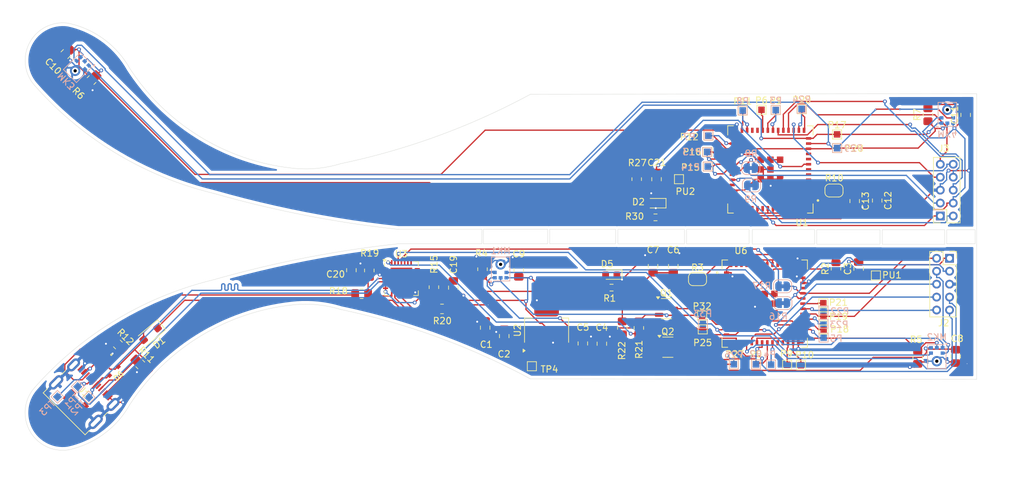
<source format=kicad_pcb>
(kicad_pcb (version 20240108) (generator "pcbnew") (generator_version "8.0")
  (layers (0 "F.Cu" signal) (31 "B.Cu" signal) (34 "B.Paste" user) (35 "F.Paste" user) (36 "B.SilkS" user "B.Silkscreen") (37 "F.SilkS" user "F.Silkscreen") (38 "B.Mask" user) (39 "F.Mask" user) (44 "Edge.Cuts" user))
  (net 0 "")
  (net 1 "GND")
  (net 2 "/VCC_5")
  (net 3 "/VCC_3V3")
  (net 4 "/VBUS")
  (net 5 "/ESP_3V3")
  (net 8 "/TXD0")
  (net 9 "/RXD0")
  (net 10 "/GPIO35")
  (net 11 "/GPIO36")
  (net 12 "/GPIO10")
  (net 13 "/GPIO26")
  (net 14 "/GPIO34")
  (net 15 "/GPIO21")
  (net 16 "/GPIO33")
  (net 17 "/GPIO0")
  (net 18 "/GPIO37")
  (net 19 "/GPIO18")
  (net 20 "/GPIO13")
  (net 21 "/GPIO39")
  (net 22 "/GPIO5")
  (net 23 "/GPIO38")
  (net 24 "/GPIO12")
  (net 25 "/GPIO14")
  (net 26 "/GPIO2")
  (net 27 "/GPIO4")
  (net 28 "/GPIO9")
  (net 29 "/GPIO15")
  (net 30 "/CC2")
  (net 31 "/CC1")
  (net 32 "/USB_DP")
  (net 33 "/GPIO32")
  (net 34 "/GPIO19")
  (net 35 "/GPIO25")
  (net 36 "/GPIO23")
  (net 37 "/GPIO22")
  (net 38 "/GPIO27")
  (net 39 "/USB_DN")
  (net 56 "Net-(U3-~{SUSPEND})")
  (net 57 "Net-(U3-RXD)")
  (net 58 "Net-(U3-TXD)")
  (net 59 "Net-(U3-~{RST})")
  (net 60 "Net-(Q2-B)")
  (net 61 "/DTR")
  (net 62 "Net-(Q1-B)")
  (net 63 "/RTS")
  (net 68 "Net-(U3-VBUS)")
  (net 69 "Net-(D5-A)")
  (net 70 "/CHIP_PU")
  (net 73 "/BoardR/VCC_3V3")
  (net 74 "/BoardR/CHIP_PU")
  (net 75 "Net-(D2-A)")
  (net 76 "/BoardR/TXD0")
  (net 77 "/BoardR/GPIO13")
  (net 78 "/BoardR/GPIO15")
  (net 79 "/BoardR/GPIO19")
  (net 80 "/BoardR/GPIO14")
  (net 81 "/BoardR/RXD0")
  (net 82 "/BoardR/GPIO33")
  (net 83 "/BoardR/GPIO25")
  (net 84 "/BoardR/GPIO32")
  (net 85 "/BoardR/GPIO0")
  (net 86 "/BoardR/GPIO2")
  (net 87 "/BoardR/GPIO4")
  (net 88 "/BoardR/GPIO5")
  (net 89 "/BoardR/GPIO9")
  (net 90 "/BoardR/GPIO10")
  (net 91 "/BoardR/GPIO18")
  (net 92 "/BoardR/GPIO21")
  (net 93 "/BoardR/GPIO22")
  (net 94 "/BoardR/GPIO23")
  (net 95 "/BoardR/GPIO26")
  (net 96 "/BoardR/GPIO27")
  (net 97 "/BoardR/TXD0b")
  (net 98 "/BoardR/RXD0b")
  (net 99 "/BoardR/ESP_3V3")
  (net 101 "/BoardR/GPIO37")
  (net 102 "/BoardR/GPIO12")
  (net 104 "/BoardR/GPIO39")
  (net 105 "/BoardR/GPIO34")
  (net 106 "/BoardR/GPIO35")
  (net 109 "/BoardR/GPIO38")
  (net 110 "/BoardR/GPIO36")
  (footprint "Resistor_SMD:R_0805_2012Metric_Pad1.20x1.40mm_HandSolder" (layer "F.Cu") (at 205.48 96.12 90)
    (property "Reference" "R7")
    (property "Value" "100k")
  )
  (footprint "TestPoint:TestPoint_Pad_1.0x1.0mm" (layer "F.Cu") (at 185.83 134.84)
    (property "Reference" "P10")
    (property "Value" "TestPoint")
  )
  (footprint "LED_SMD:LED_0603_1608Metric_Pad1.05x0.95mm_HandSolder" (layer "F.Cu") (at 156.51 120.82 180)
    (property "Reference" "D5")
    (property "Value" "LED")
  )
  (footprint "TestPoint:TestPoint_Pad_1.0x1.0mm" (layer "F.Cu") (at 189.33 127.29)
    (property "Reference" "P19")
    (property "Value" "TestPoint")
  )
  (footprint "TestPoint:TestPoint_Pad_1.0x1.0mm" (layer "F.Cu") (at 175.46 134.7)
    (property "Reference" "P27")
    (property "Value" "TestPoint")
  )
  (footprint "Library:SOT143B" (layer "F.Cu") (at 78.85 135 -135)
    (property "Reference" "D6")
    (property "Value" "PRTR5V0U2X_215")
  )
  (footprint "Resistor_SMD:R_0603_1608Metric_Pad0.98x0.95mm_HandSolder" (layer "F.Cu") (at 163.35 111.98 180)
    (property "Reference" "R30")
    (property "Value" "5.1K")
  )
  (footprint "TestPoint:TestPoint_Pad_1.0x1.0mm" (layer "F.Cu") (at 189.3 125.25)
    (property "Reference" "P21")
    (property "Value" "TestPoint")
  )
  (footprint "Capacitor_SMD:C_0805_2012Metric_Pad1.18x1.45mm_HandSolder" (layer "F.Cu") (at 197.63 109.38 -90)
    (property "Reference" "C12")
    (property "Value" "10uF")
  )
  (footprint "Capacitor_SMD:C_0805_2012Metric_Pad1.18x1.45mm_HandSolder" (layer "F.Cu") (at 166.1 119.51 90)
    (property "Reference" "C6")
    (property "Value" "0.1uF")
  )
  (footprint "Resistor_SMD:R_0805_2012Metric_Pad1.20x1.40mm_HandSolder" (layer "F.Cu") (at 119.1 120.19 90)
    (property "Reference" "R19")
    (property "Value" "47.5k")
  )
  (footprint "Capacitor_SMD:C_0805_2012Metric_Pad1.18x1.45mm_HandSolder" (layer "F.Cu") (at 152.12 131.48 90)
    (property "Reference" "C5")
    (property "Value" "10uF")
  )
  (footprint "Jumper:SolderJumper-2_P1.3mm_Open_RoundedPad1.0x1.5mm" (layer "F.Cu") (at 190.95 107.83 180)
    (property "Reference" "R10")
    (property "Value" "0")
  )
  (footprint "TestPoint:TestPoint_Pad_1.0x1.0mm" (layer "F.Cu") (at 170.66 129.3)
    (property "Reference" "P25")
    (property "Value" "TestPoint")
  )
  (footprint "TestPoint:TestPoint_Pad_1.0x1.0mm" (layer "F.Cu") (at 191.43 99.15)
    (property "Reference" "P17")
    (property "Value" "TestPoint")
  )
  (footprint "Capacitor_SMD:C_0805_2012Metric_Pad1.18x1.45mm_HandSolder" (layer "F.Cu") (at 116.33 120.15 90)
    (property "Reference" "C20")
    (property "Value" "1uF")
  )
  (footprint "Capacitor_SMD:C_0805_2012Metric_Pad1.18x1.45mm_HandSolder" (layer "F.Cu") (at 211.31 96.14 90)
    (property "Reference" "C11")
    (property "Value" "0.1uF")
  )
  (footprint "Capacitor_SMD:C_0805_2012Metric_Pad1.18x1.45mm_HandSolder" (layer "F.Cu") (at 163.51 106.08 -90)
    (property "Reference" "C21")
    (property "Value" "1uF")
  )
  (footprint "Connector_USB:USB_C_Receptacle_JAE_DX07S016JA1R1500" (layer "F.Cu") (at 74.5299 139.7401 -45)
    (property "Reference" "J1")
    (property "Value" "USB_C_Receptacle_USB2.0_16P")
  )
  (footprint "TestPoint:TestPoint_Pad_1.0x1.0mm" (layer "F.Cu") (at 176.84 95.48)
    (property "Reference" "P11")
    (property "Value" "TestPoint")
  )
  (footprint "TestPoint:TestPoint_Pad_1.0x1.0mm" (layer "F.Cu") (at 191.44 101.27)
    (property "Reference" "P28")
    (property "Value" "TestPoint")
  )
  (footprint "ESP32_MINI_1U_N4:MODULE_ESP32-MINI-1U-N4" (layer "F.Cu") (at 180.24 125.32)
    (property "Reference" "U6")
    (property "Value" "ESP32-MINI-1U-N4")
  )
  (footprint "TestPoint:TestPoint_Pad_1.0x1.0mm" (layer "F.Cu") (at 170.56 127.18)
    (property "Reference" "P32")
    (property "Value" "TestPoint")
  )
  (footprint "Resistor_SMD:R_0805_2012Metric_Pad1.20x1.40mm_HandSolder" (layer "F.Cu") (at 136.6 120 90)
    (property "Reference" "R4")
    (property "Value" "100k")
  )
  (footprint "Package_DFN_QFN:QFN-28-1EP_5x5mm_P0.5mm_EP3.35x3.35mm" (layer "F.Cu") (at 124.06 121.44)
    (property "Reference" "U3")
    (property "Value" "CP2102N-Axx-xQFN28")
  )
  (footprint "Resistor_SMD:R_0805_2012Metric_Pad1.20x1.40mm_HandSolder" (layer "F.Cu") (at 130.34 126.14)
    (property "Reference" "R20")
    (property "Value" "10k")
  )
  (footprint "Resistor_SMD:R_0805_2012Metric_Pad1.20x1.40mm_HandSolder" (layer "F.Cu") (at 160.78 129.08 90)
    (property "Reference" "R21")
    (property "Value" "10K")
  )
  (footprint "Capacitor_SMD:C_0805_2012Metric_Pad1.18x1.45mm_HandSolder" (layer "F.Cu") (at 72.13 86.73 -135)
    (property "Reference" "C10")
    (property "Value" "0.1uF")
  )
  (footprint "TestPoint:TestPoint_Pad_1.0x1.0mm" (layer "F.Cu") (at 178.89 134.71)
    (property "Reference" "P0")
    (property "Value" "TestPoint")
  )
  (footprint "Capacitor_SMD:C_0805_2012Metric_Pad1.18x1.45mm_HandSolder" (layer "F.Cu") (at 155.06 131.52 90)
    (property "Reference" "C4")
    (property "Value" "0.1uF")
  )
  (footprint "Package_TO_SOT_SMD:SOT-23-3" (layer "F.Cu") (at 165.26 132.06)
    (property "Reference" "Q2")
    (property "Value" "S8050")
  )
  (footprint "TestPoint:TestPoint_Pad_1.0x1.0mm" (layer "F.Cu") (at 197.43 120.9625)
    (property "Reference" "PU1")
    (property "Value" "TestPoint")
  )
  (footprint "Capacitor_SMD:C_0805_2012Metric_Pad1.18x1.45mm_HandSolder" (layer "F.Cu") (at 137.01 129.04 90)
    (property "Reference" "C1")
    (property "Value" "10uF")
  )
  (footprint "Connector_PinSocket_2.00mm:PinSocket_2x05_P2.00mm_Vertical" (layer "F.Cu") (at 207.39 111.77 180)
    (property "Reference" "J3")
    (property "Value" "Conn_02x04_Counter_Clockwise")
  )
  (footprint "ESP32_MINI_1U_N4:MODULE_ESP32-MINI-1U-N4" (layer "F.Cu") (at 181.12 104.57 180)
    (property "Reference" "U1")
    (property "Value" "ESP32-MINI-1U-N4")
  )
  (footprint "Resistor_SMD:R_0805_2012Metric_Pad1.20x1.40mm_HandSolder" (layer "F.Cu") (at 83.68 134.72 135)
    (property "Reference" "R11")
    (property "Value" "5.1K")
  )
  (footprint "Resistor_SMD:R_0603_1608Metric_Pad0.98x0.95mm_HandSolder" (layer "F.Cu") (at 156.5525 122.85)
    (property "Reference" "R1")
    (property "Value" "5.1K")
  )
  (footprint "Capacitor_SMD:C_0805_2012Metric_Pad1.18x1.45mm_HandSolder" (layer "F.Cu") (at 139.96 130.34 90)
    (property "Reference" "C2")
    (property "Value" "0.1uF")
  )
  (footprint "TestPoint:TestPoint_Pad_1.0x1.0mm" (layer "F.Cu") (at 179.74 95.35)
    (property "Reference" "P6")
    (property "Value" "TestPoint")
  )
  (footprint "Capacitor_SMD:C_0805_2012Metric_Pad1.18x1.45mm_HandSolder" (layer "F.Cu") (at 162.97 119.51 90)
    (property "Reference" "C7")
    (property "Value" "10uF")
  )
  (footprint "TestPoint:TestPoint_Pad_1.0x1.0mm" (layer "F.Cu") (at 171.53 99.35)
    (property "Reference" "P12")
    (property "Value" "TestPoint")
  )
  (footprint "TestPoint:TestPoint_Pad_1.0x1.0mm" (layer "F.Cu") (at 166.98 106.08)
    (property "Reference" "PU2")
    (property "Value" "TestPoint")
  )
  (footprint "Capacitor_SMD:C_0805_2012Metric_Pad1.18x1.45mm_HandSolder" (layer "F.Cu") (at 194.76 119.9225 90)
    (property "Reference" "C3")
    (property "Value" "1uF")
  )
  (footprint "Resistor_SMD:R_0805_2012Metric_Pad1.20x1.40mm_HandSolder" (layer "F.Cu") (at 203.9 133.63 -90)
    (property "Reference" "R5")
    (property "Value" "100k")
  )
  (footprint "Package_TO_SOT_SMD:SOT-223-3_TabPin2" (layer "F.Cu") (at 146.51 129.46 90)
    (property "Reference" "U2")
    (property "Value" "LT1963AxST-3.3")
  )
  (footprint "Capacitor_SMD:C_0805_2012Metric_Pad1.18x1.45mm_HandSolder" (layer "F.Cu") (at 132.09 122.85 -90)
    (property "Reference" "C19")
    (property "Value" "10uF")
  )
  (footprint "TestPoint:TestPoint_Pad_1.0x1.0mm" (layer "F.Cu") (at 189.35 129.33)
    (property "Reference" "P18")
    (property "Value" "TestPoint")
  )
  (footprint "Capacitor_SMD:C_0805_2012Metric_Pad1.18x1.45mm_HandSolder" (layer "F.Cu") (at 209.76 133.4805 -90)
    (property "Reference" "C8")
    (property "Value" "0.1uF")
  )
  (footprint "TestPoint:TestPoint_Pad_1.0x1.0mm" (layer "F.Cu") (at 171.44 104.12)
    (property "Reference" "P15")
    (property "Value" "TestPoint")
  )
  (footprint "TestPoint:TestPoint_Pad_1.0x1.0mm" (layer "F.Cu") (at 185.99 95.26)
    (property "Reference" "P20")
    (property "Value" "TestPoint")
  )
  (footprint "Resistor_SMD:R_0805_2012Metric_Pad1.20x1.40mm_HandSolder" (layer "F.Cu") (at 117.91 123.79)
    (property "Reference" "R18")
    (property "Value" "22.1k")
  )
  (footprint "Connector_PinSocket_2.00mm:PinSocket_2x05_P2.00mm_Vertical" (layer "F.Cu") (at 208.82 118.31)
    (property "Reference" "J2")
    (property "Value" "Conn_02x04_Counter_Clockwise")
  )
  (footprint "Resistor_SMD:R_0805_2012Metric" (layer "F.Cu") (at 191.26 119.9225 90)
    (property "Reference" "R2")
    (property "Value" "10K")
  )
  (footprint "LED_SMD:LED_0603_1608Metric_Pad1.05x0.95mm_HandSolder" (layer "F.Cu") (at 163.32 109.79 180)
    (property "Reference" "D2")
    (property "Value" "LED")
  )
  (footprint "Resistor_SMD:R_0805_2012Metric_Pad1.20x1.40mm_HandSolder" (layer "F.Cu") (at 80.22 131.64 -45)
    (property "Reference" "R12")
    (property "Value" "5.1K")
  )
  (footprint "Capacitor_SMD:C_0805_2012Metric_Pad1.18x1.45mm_HandSolder" (layer "F.Cu") (at 142.21 120.14 90)
    (property "Reference" "C9")
    (property "Value" "0.1uF")
  )
  (footprint "Package_TO_SOT_SMD:SOT-23-3" (layer "F.Cu") (at 165.04 126.1)
    (property "Reference" "Q1")
    (property "Value" "S8050")
  )
  (footprint "TestPoint:TestPoint_Pad_1.0x1.0mm" (layer "F.Cu") (at 181.94 95.39)
    (property "Reference" "P1")
    (property "Value" "TestPoint")
  )
  (footprint "TestPoint:TestPoint_Pad_1.0x1.0mm" (layer "F.Cu") (at 183.71 134.78)
    (property "Reference" "P9")
    (property "Value" "TestPoint")
  )
  (footprint "Capacitor_SMD:C_0805_2012Metric_Pad1.18x1.45mm_HandSolder" (layer "F.Cu") (at 194.15 109.46 -90)
    (property "Reference" "C13")
    (property "Value" "0.1uF")
  )
  (footprint "Jumper:SolderJumper-2_P1.3mm_Open_RoundedPad1.0x1.5mm" (layer "F.Cu") (at 169.85 121.54)
    (property "Reference" "R3")
    (property "Value" "0")
  )
  (footprint "Resistor_SMD:R_0805_2012Metric" (layer "F.Cu") (at 160.44 106.07 -90)
    (property "Reference" "R27")
    (property "Value" "10K")
  )
  (footprint "Diode_SMD:D_SOD-123F" (layer "F.Cu") (at 85.28 130.01 -140)
    (property "Reference" "D1")
    (property "Value" "1N5819W")
  )
  (footprint "Resistor_SMD:R_0805_2012Metric_Pad1.20x1.40mm_HandSolder" (layer "F.Cu") (at 129.09 122.78 -90)
    (property "Reference" "R15")
    (property "Value" "1k")
  )
  (footprint "Resistor_SMD:R_0805_2012Metric_Pad1.20x1.40mm_HandSolder" (layer "F.Cu") (at 76.15 90.75 -135)
    (property "Reference" "R6")
    (property "Value" "100k")
  )
  (footprint "Resistor_SMD:R_0805_2012Metric_Pad1.20x1.40mm_HandSolder" (layer "F.Cu") (at 158.22 129.07 -90)
    (property "Reference" "R22")
    (property "Value" "10K")
  )
  (footprint "TestPoint:TestPoint_Pad_1.0x1.0mm" (layer "F.Cu") (at 144.23 135)
    (property "Reference" "TP4")
    (property "Value" "TestPoint")
  )
  (footprint "TestPoint:TestPoint_Pad_1.0x1.0mm" (layer "F.Cu") (at 171.4 101.86)
    (property "Reference" "P16")
    (property "Value" "TestPoint")
  )
  (footprint "TestPoint:TestPoint_Pad_1.0x1.0mm" (layer "B.Cu") (at 171.34 101.86 180)
    (property "Reference" "P13")
    (property "Value" "TestPoint")
  )
  (footprint "Sensor_Audio:InvenSense_ICS-43434-6_3.5x2.65mm" (layer "B.Cu") (at 206.85 133.5125 180)
    (property "Reference" "MK2")
    (property "Value" "ICS-43434" (hide yes))
  )
  (footprint "TestPoint:TestPoint_Pad_1.0x1.0mm" (layer "B.Cu") (at 175.46 134.7 180)
    (property "Reference" "P26")
    (property "Value" "TestPoint")
  )
  (footprint "TestPoint:TestPoint_Pad_1.0x1.0mm" (layer "B.Cu") (at 189.35 130.58 180)
    (property "Reference" "P5")
    (property "Value" "TestPoint")
  )
  (footprint "Sensor_Audio:InvenSense_ICS-43434-6_3.5x2.65mm" (layer "B.Cu") (at 139.4 119.958)
    (property "Reference" "MK1")
    (property "Value" "ICS-43434" (hide yes))
  )
  (footprint "Jumper:SolderJumper-2_P1.3mm_Bridged_RoundedPad1.0x1.5mm" (layer "B.Cu") (at 178.09 104.36 180)
    (property "Reference" "R8")
    (property "Value" "0")
  )
  (footprint "Sensor_Audio:InvenSense_ICS-43434-6_3.5x2.65mm" (layer "B.Cu") (at 74.1104 88.8169 135)
    (property "Reference" "MK3")
    (property "Value" "ICS-43434")
  )
  (footprint "TestPoint:TestPoint_Pad_1.0x1.0mm" (layer "B.Cu") (at 171.53 99.35 180)
    (property "Reference" "P7")
    (property "Value" "TestPoint")
  )
  (footprint "TestPoint:TestPoint_Pad_1.0x1.0mm" (layer "B.Cu") (at 178.89 134.7 180)
    (property "Reference" "P2")
    (property "Value" "TestPoint")
  )
  (footprint "TestPoint:TestPoint_Pad_1.0x1.0mm" (layer "B.Cu") (at 171.43 104.12 180)
    (property "Reference" "P14")
    (property "Value" "TestPoint")
  )
  (footprint "TestPoint:TestPoint_Pad_1.0x1.0mm" (layer "B.Cu") (at 70.87 139.73 135)
    (property "Reference" "TP3")
    (property "Value" "TestPoint")
  )
  (footprint "TestPoint:TestPoint_Pad_1.0x1.0mm" (layer "B.Cu") (at 74 138.16 45)
    (property "Reference" "TP1")
    (property "Value" "TestPoint")
  )
  (footprint "TestPoint:TestPoint_Pad_1.0x1.0mm" (layer "B.Cu") (at 189.33 126.37 180)
    (property "Reference" "P22")
    (property "Value" "TestPoint")
  )
  (footprint "Jumper:SolderJumper-2_P1.3mm_Bridged_RoundedPad1.0x1.5mm" (layer "B.Cu") (at 183.01 122.64 180)
    (property "Reference" "R17")
    (property "Value" "0")
  )
  (footprint "Jumper:SolderJumper-2_P1.3mm_Bridged_RoundedPad1.0x1.5mm" (layer "B.Cu") (at 183.04 125.24 180)
    (property "Reference" "R16")
    (property "Value" "0")
  )
  (footprint "TestPoint:TestPoint_Pad_1.0x1.0mm" (layer "B.Cu") (at 75.72 139.83 45)
    (property "Reference" "TP2")
    (property "Value" "TestPoint")
  )
  (footprint "TestPoint:TestPoint_Pad_1.0x1.0mm" (layer "B.Cu") (at 181.94 95.39 180)
    (property "Reference" "P3")
    (property "Value" "TestPoint")
  )
  (footprint "TestPoint:TestPoint_Pad_1.0x1.0mm" (layer "B.Cu") (at 191.44 101.27 180)
    (property "Reference" "P29")
    (property "Value" "TestPoint")
  )
  (footprint "Jumper:SolderJumper-2_P1.3mm_Bridged_RoundedPad1.0x1.5mm" (layer "B.Cu") (at 178.19 107.03 180)
    (property "Reference" "R9")
    (property "Value" "0")
  )
  (footprint "TestPoint:TestPoint_Pad_1.0x1.0mm" (layer "B.Cu") (at 170.68 128.45 180)
    (property "Reference" "P33")
    (property "Value" "TestPoint")
  )
  (footprint "TestPoint:TestPoint_Pad_1.0x1.0mm" (layer "B.Cu") (at 176.83 95.45 180)
    (property "Reference" "P8")
    (property "Value" "TestPoint")
  )
  (footprint "TestPoint:TestPoint_Pad_1.0x1.0mm" (layer "B.Cu") (at 185.94 95.2 180)
    (property "Reference" "P24")
    (property "Value" "TestPoint")
  )
  (footprint "Sensor_Audio:InvenSense_ICS-43434-6_3.5x2.65mm" (layer "B.Cu") (at 208.48 96.05)
    (property "Reference" "MK4")
    (property "Value" "ICS-43434")
  )
  (footprint "TestPoint:TestPoint_Pad_1.0x1.0mm" (layer "B.Cu") (at 189.33 128.44 180)
    (property "Reference" "P23")
    (property "Value" "TestPoint")
  )
  (footprint "TestPoint:TestPoint_Pad_1.0x1.0mm" (layer "B.Cu") (at 181.23 134.75 180)
    (property "Reference" "P4")
    (property "Value" "TestPoint")
  )
  (gr_line (start 213 113.649999) (end 213 116.25) (stroke (width 0.05)) (layer "Edge.Cuts"))
  (gr_arc (start 106.765437 104.321442) (mid 92.696222 99.369268) (end 82.046406 88.926651) (stroke (width 0.05)) (layer "Edge.Cuts"))
  (gr_arc (start 82.036406 140.973349) (mid 78.030045 145.482524) (end 72.521 147.938946) (stroke (width 0.05)) (layer "Edge.Cuts"))
  (gr_arc (start 114.707531 103.667707) (mid 110.771964 104.425617) (end 106.765437 104.321442) (stroke (width 0.05)) (layer "Edge.Cuts"))
  (gr_rect (start 198.411109 113.9) (end 208.08 116.139163) (stroke (width 0.05)) (fill none) (layer "Edge.Cuts"))
  (gr_line (start 213.01 92.863887) (end 144.031315 92.936114) (stroke (width 0.05)) (layer "Edge.Cuts"))
  (gr_arc (start 72.531 81.961054) (mid 78.040047 84.417473) (end 82.046406 88.926651) (stroke (width 0.05)) (layer "Edge.Cuts"))
  (gr_arc (start 144.031315 92.936114) (mid 129.758621 99.365383) (end 114.707531 103.667707) (stroke (width 0.05)) (layer "Edge.Cuts"))
  (gr_arc (start 72.521 147.938946) (mid 66.559397 144.937532) (end 67.340817 138.308915) (stroke (width 0.05)) (layer "Edge.Cuts"))
  (gr_line (start 123.539425 116.069581) (end 136.500187 116.069581) (stroke (width 0.05)) (layer "Edge.Cuts"))
  (gr_line (start 213.01 92.863887) (end 213 113.649999) (stroke (width 0.05)) (layer "Edge.Cuts"))
  (gr_arc (start 114.697531 126.232293) (mid 129.74862 130.534619) (end 144.021315 136.963886) (stroke (width 0.05)) (layer "Edge.Cuts"))
  (gr_line (start 136.500187 116.069581) (end 136.511109 113.830419) (stroke (width 0.05)) (layer "Edge.Cuts"))
  (gr_arc (start 82.036406 140.973349) (mid 92.686222 130.530732) (end 106.755437 125.578558) (stroke (width 0.05)) (layer "Edge.Cuts"))
  (gr_arc (start 67.350817 91.591085) (mid 66.569367 84.962451) (end 72.531 81.961054) (stroke (width 0.05)) (layer "Edge.Cuts"))
  (gr_arc (start 106.755437 125.578558) (mid 110.761963 125.474398) (end 114.697531 126.232293) (stroke (width 0.05)) (layer "Edge.Cuts"))
  (gr_rect (start 168.15 113.840419) (end 177.818891 116.079582) (stroke (width 0.05)) (fill none) (layer "Edge.Cuts"))
  (gr_arc (start 95.066009 121.617863) (mid 109.18457 118.237401) (end 123.539425 116.069581) (stroke (width 0.05)) (layer "Edge.Cuts"))
  (gr_arc (start 95.076009 108.282137) (mid 79.928915 102.070266) (end 67.350817 91.591085) (stroke (width 0.05)) (layer "Edge.Cuts"))
  (gr_arc (start 67.340817 138.308915) (mid 79.918914 127.829732) (end 95.066009 121.617863) (stroke (width 0.05)) (layer "Edge.Cuts"))
  (gr_rect (start 208.38 113.91) (end 212.77 116.07) (stroke (width 0.05)) (fill none) (layer "Edge.Cuts"))
  (gr_rect (start 178.301109 113.860418) (end 187.97 116.099581) (stroke (width 0.05)) (fill none) (layer "Edge.Cuts"))
  (gr_rect (start 146.98 113.830419) (end 157.188891 116.069582) (stroke (width 0.05)) (fill none) (layer "Edge.Cuts"))
  (gr_line (start 144.021315 136.963886) (end 213 137.036113) (stroke (width 0.05)) (layer "Edge.Cuts"))
  (gr_line (start 136.511109 113.830419) (end 123.549425 113.830419) (stroke (width 0.05)) (layer "Edge.Cuts"))
  (gr_arc (start 123.549425 113.830419) (mid 109.19457 111.662598) (end 95.076009 108.282137) (stroke (width 0.05)) (layer "Edge.Cuts"))
  (gr_rect (start 157.54 113.840419) (end 167.838891 116.079582) (stroke (width 0.05)) (fill none) (layer "Edge.Cuts"))
  (gr_rect (start 136.73 113.830837) (end 146.678891 116.07) (stroke (width 0.05)) (fill none) (layer "Edge.Cuts"))
  (gr_line (start 213 116.25) (end 213 137.036113) (stroke (width 0.05)) (layer "Edge.Cuts"))
  (gr_rect (start 188.281109 113.880418) (end 198.07 116.119581) (stroke (width 0.05)) (fill none) (layer "Edge.Cuts"))
  (segment (start 182.24 119.27) (end 182.24 118.5683) (width 0.2) (layer "F.Cu") (net 1))
  (segment (start 120.8063 120.94) (end 120.7045 120.8382) (width 0.2) (layer "F.Cu") (net 1))
  (segment (start 76.3046 92.3188) (end 75.4429 91.4571) (width 0.2) (layer "F.Cu") (net 1))
  (segment (start 175.2495 121.1122) (end 174.9322 121.1122) (width 0.2) (layer "F.Cu") (net 1))
  (segment (start 174.9833 121.0217) (end 175.0417 120.9633) (width 0.2) (layer "F.Cu") (net 1))
  (segment (start 84.3871 135.4271) (end 83.8954 135.9188) (width 0.2) (layer "F.Cu") (net 1))
  (segment (start 175.0417 120.9633) (end 175.0417 120.52) (width 0.2) (layer "F.Cu") (net 1))
  (segment (start 209.76 134.518) (end 211.438 134.518) (width 0.2) (layer "F.Cu") (net 1))
  (segment (start 175.84 119.27) (end 175.84 118.5683) (width 0.2) (layer "F.Cu") (net 1))
  (segment (start 162.3291 117.8316) (end 162.97 118.4725) (width 0.2) (layer "F.Cu") (net 1))
  (segment (start 175.7692 108.57) (end 175.9217 108.4175) (width 0.2) (layer "F.Cu") (net 1))
  (segment (start 182.32 110.62) (end 182.32 111.3217) (width 0.2) (layer "F.Cu") (net 1))
  (segment (start 211.438 134.518) (end 211.53 134.61) (width 0.2) (layer "F.Cu") (net 1))
  (segment (start 71.6625 87.7297) (end 72.8412 87.7297) (width 0.2) (layer "F.Cu") (net 1))
  (segment (start 174.883 121.0629) (end 174.9242 121.0217) (width 0.2) (layer "F.Cu") (net 1))
  (segment (start 208.6733 104.7467) (end 211.807 104.7467) (width 0.2) (layer "F.Cu") (net 1))
  (segment (start 180.24 126.82) (end 178.74 126.82) (width 0.2) (layer "F.Cu") (net 1))
  (segment (start 132.5 126.14) (end 133.13 125.51) (width 0.2) (layer "F.Cu") (net 1))
  (segment (start 163.4276 110.5574) (end 163.3889 110.5574) (width 0.2) (layer "F.Cu") (net 1))
  (segment (start 174.34 120.52) (end 175.0417 120.52) (width 0.2) (layer "F.Cu") (net 1))
  (segment (start 185.44 131.37) (end 186.13 131.37) (width 0.2) (layer "F.Cu") (net 1))
  (segment (start 157.385 120.82) (end 158.1716 121.6066) (width 0.2) (layer "F.Cu") (net 1))
  (segment (start 176.72 111.3217) (end 177.52 111.3217) (width 0.2) (layer "F.Cu") (net 1))
  (segment (start 183.04 119.27) (end 183.04 118.5683) (width 0.2) (layer "F.Cu") (net 1))
  (segment (start 131.34 126.14) (end 132.5 126.14) (width 0.2) (layer "F.Cu") (net 1))
  (segment (start 185.52 110.62) (end 185.52 111.3217) (width 0.2) (layer "F.Cu") (net 1))
  (segment (start 81.0171 140.5698) (end 79.6729 140.5698) (width 0.2) (layer "F.Cu") (net 1))
  (segment (start 178.32 110.62) (end 178.32 111.3217) (width 0.2) (layer "F.Cu") (net 1))
  (segment (start 175.9217 108.4175) (end 175.9217 107.77) (width 0.2) (layer "F.Cu") (net 1))
  (segment (start 179.92 111.3217) (end 180.72 111.3217) (width 0.2) (layer "F.Cu") (net 1))
  (segment (start 180.0209 104.57) (end 181.12 104.57) (width 0.2) (layer "F.Cu") (net 1))
  (segment (start 166.1 118.4725) (end 167.0399 117.5326) (width 0.2) (layer "F.Cu") (net 1))
  (segment (start 182.32 111.3217) (end 183.12 111.3217) (width 0.2) (layer "F.Cu") (net 1))
  (segment (start 133.13 125.51) (end 137.48 125.51) (width 0.2) (layer "F.Cu") (net 1))
  (segment (start 195.3779 110.4175) (end 197.63 110.4175) (width 0.2) (layer "F.Cu") (net 1))
  (segment (start 75.0615 134.6187) (end 75.0615 134.8244) (width 0.2) (layer "F.Cu") (net 1))
  (segment (start 180.72 111.3217) (end 181.52 111.3217) (width 0.2) (layer "F.Cu") (net 1))
  (segment (start 178.8183 102.8696) (end 178.1894 102.2407) (width 0.2) (layer "F.Cu") (net 1))
  (segment (start 186.14 120.52) (end 185.4383 120.52) (width 0.2) (layer "F.Cu") (net 1))
  (segment (start 186.14 122.12) (end 186.14 121.32) (width 0.2) (layer "F.Cu") (net 1))
  (segment (start 135.7794 128.1173) (end 136.8952 128.1173) (width 0.2) (layer "F.Cu") (net 1))
  (segment (start 186.3183 109.37) (end 187.02 109.37) (width 0.2) (layer "F.Cu") (net 1))
  (segment (start 152.1521 130.4104) (end 153.3753 130.4104) (width 0.2) (layer "F.Cu") (net 1))
  (segment (start 142.21 119.1025) (end 141.2683 118.1608) (width 0.2) (layer "F.Cu") (net 1))
  (segment (start 146.51 126.31) (end 145.0046 124.8046) (width 0.2) (layer "F.Cu") (net 1))
  (segment (start 136.6 119) (end 135.6523 118.0523) (width 0.2) (layer "F.Cu") (net 1))
  (segment (start 175.92 97.6144) (end 175.9201 97.6144) (width 0.2) (layer "F.Cu") (net 1))
  (segment (start 179.04 118.5683) (end 178.24 118.5683) (width 0.2) (layer "F.Cu") (net 1))
  (segment (start 178.1894 102.2407) (end 176.6845 102.2407) (width 0.2) (layer "F.Cu") (net 1))
  (segment (start 175.4946 109.37) (end 175.7692 109.37) (width 0.2) (layer "F.Cu") (net 1))
  (segment (start 138.7212 129.6976) (end 139.5649 129.6976) (width 0.2) (layer "F.Cu") (net 1))
  (segment (start 175.04 119.27) (end 175.04 118.5683) (width 0.2) (layer "F.Cu") (net 1))
  (segment (start 184.64 118.5683) (end 183.84 118.5683) (width 0.2) (layer "F.Cu") (net 1))
  (segment (start 183.92 111.3217) (end 184.72 111.3217) (width 0.2) (layer "F.Cu") (net 1))
  (segment (start 178.8183 103.07) (end 178.8183 102.8696) (width 0.2) (layer "F.Cu") (net 1))
  (segment (start 179.62 103.07) (end 181.12 103.07) (width 0.2) (layer "F.Cu") (net 1))
  (segment (start 183.84 119.27) (end 183.84 118.5683) (width 0.2) (layer "F.Cu") (net 1))
  (segment (start 203.7658 110.4175) (end 197.63 110.4175) (width 0.2) (layer "F.Cu") (net 1))
  (segment (start 163.51 108.2564) (end 163.51 107.1175) (width 0.2) (layer "F.Cu") (net 1))
  (segment (start 164.8725 108.2564) (end 165.9861 109.37) (width 0.2) (layer "F.Cu") (net 1))
  (segment (start 182.24 118.5683) (end 181.44 118.5683) (width 0.2) (layer "F.Cu") (net 1))
  (segment (start 185.44 118.5683) (end 185.315 118.5683) (width 0.2) (layer "F.Cu") (net 1))
  (segment (start 187.0618 121.8999) (end 186.8417 122.12) (width 0.2) (layer "F.Cu") (net 1))
  (segment (start 181.44 119.27) (end 181.44 118.5683) (width 0.2) (layer "F.Cu") (net 1))
  (segment (start 164.195 109.79) (end 163.4276 110.5574) (width 0.2) (layer "F.Cu") (net 1))
  (segment (start 162.6919 108.2564) (end 163.51 108.2564) (width 0.2) (layer "F.Cu") (net 1))
  (segment (start 175.84 118.5683) (end 176.64 118.5683) (width 0.2) (layer "F.Cu") (net 1))
  (segment (start 147.5081 131.3583) (end 146.51 132.3564) (width 0.2) (layer "F.Cu") (net 1))
  (segment (start 178.32 111.3217) (end 179.12 111.3217) (width 0.2) (layer "F.Cu") (net 1))
  (segment (start 185.315 118.3337) (end 185.315 118.5683) (width 0.2) (layer "F.Cu") (net 1))
  (segment (start 175.9217 109.9166) (end 175.92 109.9183) (width 0.2) (layer "F.Cu") (net 1))
  (segment (start 177.44 119.27) (end 177.44 118.5683) (width 0.2) (layer "F.Cu") (net 1))
  (segment (start 176.72 110.62) (end 176.72 111.3217) (width 0.2) (layer "F.Cu") (net 1))
  (segment (start 185.2028 121.1137) (end 185.4383 121.1137) (width 0.2) (layer "F.Cu") (net 1))
  (segment (start 183.12 110.62) (end 183.12 111.3217) (width 0.2) (layer "F.Cu") (net 1))
  (segment (start 75.1286 134.5516) (end 75.0615 134.6187) (width 0.2) (layer "F.Cu") (net 1))
  (segment (start 79.3976 133.0382) (end 78.6732 133.7626) (width 0.2) (layer "F.Cu") (net 1))
  (segment (start 126.2006 123.5806) (end 124.06 121.44) (width 0.2) (layer "F.Cu") (net 1))
  (segment (start 180.64 118.5683) (end 179.84 118.5683) (width 0.2) (layer "F.Cu") (net 1))
  (segment (start 177.52 110.62) (end 177.52 111.3217) (width 0.2) (layer "F.Cu") (net 1))
  (segment (start 181.12 106.07) (end 180.0209 106.07) (width 0.2) (layer "F.Cu") (net 1))
  (segment (start 184.72 111.3217) (end 185.52 111.3217) (width 0.2) (layer "F.Cu") (net 1))
  (segment (start 186.3183 109.37) (end 186.3183 108.57) (width 0.2) (layer "F.Cu") (net 1))
  (segment (start 180.24 125.32) (end 181.74 125.32) (width 0.2) (layer "F.Cu") (net 1))
  (segment (start 185.4383 121.1137) (end 185.4383 121.32) (width 0.2) (layer "F.Cu") (net 1))
  (segment (start 174.9322 121.1122) (end 174.883 121.063) (width 0.2) (layer "F.Cu") (net 1))
  (segment (start 165.9861 109.37) (end 175.22 109.37) (width 0.2) (layer "F.Cu") (net 1))
  (segment (start 177.52 111.3217) (end 178.32 111.3217) (width 0.2) (layer "F.Cu") (net 1))
  (segment (start 203.4 135.13) (end 202.6894 135.13) (width 0.2) (layer "F.Cu") (net 1))
  (segment (start 181.12 106.07) (end 181.12 106.8717) (width 0.2) (layer "F.Cu") (net 1))
  (segment (start 186.14 121.32) (end 185.4383 121.32) (width 0.2) (layer "F.Cu") (net 1))
  (segment (start 181.52 111.3217) (end 182.32 111.3217) (width 0.2) (layer "F.Cu") (net 1))
  (segment (start 156.2902 130.4227) (end 155.1198 130.4227) (width 0.2) (layer "F.Cu") (net 1))
  (segment (start 179.12 111.3217) (end 179.92 111.3217) (width 0.2) (layer "F.Cu") (net 1))
  (segment (start 161.7423 117.8316) (end 161.7423 118.0359) (width 0.2) (layer "F.Cu") (net 1))
  (segment (start 175.9217 109.37) (end 175.9217 109.9166) (width 0.2) (layer "F.Cu") (net 1))
  (segment (start 178.9563 125.802) (end 179.4383 125.32) (width 0.2) (layer "F.Cu") (net 1))
  (segment (start 183.12 111.3217) (end 183.92 111.3217) (width 0.2) (layer "F.Cu") (net 1))
  (segment (start 175.92 110.62) (end 175.92 111.3217) (width 0.2) (layer "F.Cu") (net 1))
  (segment (start 175.7692 109.37) (end 175.9217 109.37) (width 0.2) (layer "F.Cu") (net 1))
  (segment (start 182.62 106.07) (end 181.12 106.07) (width 0.2) (layer "F.Cu") (net 1))
  (segment (start 117.7275 119.1125) (end 119.0225 119.1125) (width 0.2) (layer "F.Cu") (net 1))
  (segment (start 163.51 108.2564) (end 164.8725 108.2564) (width 0.2) (layer "F.Cu") (net 1))
  (segment (start 185.315 118.5683) (end 184.64 118.5683) (width 0.2) (layer "F.Cu") (net 1))
  (segment (start 184.64 119.27) (end 184.64 118.5683) (width 0.2) (layer "F.Cu") (net 1))
  (segment (start 161.7423 118.0359) (end 158.1716 121.6066) (width 0.2) (layer "F.Cu") (net 1))
  (segment (start 194.23 110.4175) (end 195.3779 110.4175) (width 0.2) (layer "F.Cu") (net 1))
  (segment (start 186.32 110.62) (end 186.32 110.07) (width 0.2) (layer "F.Cu") (net 1))
  (segment (start 175.92 111.3217) (end 176.72 111.3217) (width 0.2) (layer "F.Cu") (net 1))
  (segment (start 175.22 107.77) (end 175.9217 107.77) (width 0.2) (layer "F.Cu") (net 1))
  (segment (start 180.0209 104.57) (end 180.0209 106.07) (width 0.2) (layer "F.Cu") (net 1))
  (segment (start 179.84 119.27) (end 179.84 118.5683) (width 0.2) (layer "F.Cu") (net 1))
  (segment (start 179.12 110.62) (end 179.12 111.3217) (width 0.2) (layer "F.Cu") (net 1))
  (segment (start 181.44 118.5683) (end 180.64 118.5683) (width 0.2) (layer "F.Cu") (net 1))
  (segment (start 179.04 119.27) (end 179.04 118.5683) (width 0.2) (layer "F.Cu") (net 1))
  (segment (start 78.9202 131.5256) (end 79.5129 130.9329) (width 0.2) (layer "F.Cu") (net 1))
  (segment (start 186.32 110.62) (end 186.32 111.3217) (width 0.2) (layer "F.Cu") (net 1))
  (segment (start 176.64 118.5683) (end 177.44 118.5683) (width 0.2) (layer "F.Cu") (net 1))
  (segment (start 180.24 123.82) (end 181.74 123.82) (width 0.2) (layer "F.Cu") (net 1))
  (segment (start 205.48 95.12) (end 206.079 94.521) (width 0.2) (layer "F.Cu") (net 1))
  (segment (start 181.158 107.0943) (end 181.158 106.9097) (width 0.2) (layer "F.Cu") (net 1))
  (segment (start 187.02 108.57) (end 186.3183 108.57) (width 0.2) (layer "F.Cu") (net 1))
  (segment (start 184.72 110.62) (end 184.72 111.3217) (width 0.2) (layer "F.Cu") (net 1))
  (segment (start 174.9242 121.0217) (end 174.9833 121.0217) (width 0.2) (layer "F.Cu") (net 1))
  (segment (start 116.33 119.1125) (end 117.7275 119.1125) (width 0.2) (layer "F.Cu") (net 1))
  (segment (start 175.7692 108.57) (end 175.7692 109.37) (width 0.2) (layer "F.Cu") (net 1))
  (segment (start 177.1183 107.77) (end 178.8183 106.07) (width 0.2) (layer "F.Cu") (net 1))
  (segment (start 181.12 103.07) (end 182.62 103.07) (width 0.2) (layer "F.Cu") (net 1))
  (segment (start 174.34 120.52) (end 174.34 119.97) (width 0.2) (layer "F.Cu") (net 1))
  (segment (start 205.06 134.34) (end 204.19 134.34) (width 0.2) (layer "F.Cu") (net 1))
  (segment (start 210.0805 94.521) (end 210.7285 94.521) (width 0.2) (layer "F.Cu") (net 1))
  (segment (start 74.4945 135.3914) (end 75.0615 134.8244) (width 0.2) (layer "F.Cu") (net 1))
  (segment (start 180.72 110.62) (end 180.72 111.3217) (width 0.2) (layer "F.Cu") (net 1))
  (segment (start 178.24 119.27) (end 178.24 118.5683) (width 0.2) (layer "F.Cu") (net 1))
  (segment (start 181.12 104.57) (end 181.12 103.07) (width 0.2) (layer "F.Cu") (net 1))
  (segment (start 181.52 110.62) (end 181.52 111.3217) (width 0.2) (layer "F.Cu") (net 1))
  (segment (start 133.65 124.09) (end 133.4475 123.8875) (width 0.2) (layer "F.Cu") (net 1))
  (segment (start 183.92 110.62) (end 183.92 111.3217) (width 0.2) (layer "F.Cu") (net 1))
  (segment (start 78.3725 131.5256) (end 78.9202 131.5256) (width 0.2) (layer "F.Cu") (net 1))
  (segment (start 185.52 111.3217) (end 186.32 111.3217) (width 0.2) (layer "F.Cu") (net 1))
  (segment (start 186.14 122.12) (end 186.8417 122.12) (width 0.2) (layer "F.Cu") (net 1))
  (segment (start 178.74 126.82) (end 178.74 125.802) (width 0.2) (layer "F.Cu") (net 1))
  (segment (start 178.74 125.802) (end 178.9563 125.802) (width 0.2) (layer "F.Cu") (net 1))
  (segment (start 185.4383 121.1137) (end 185.4383 120.52) (width 0.2) (layer "F.Cu") (net 1))
  (segment (start 176.64 119.27) (end 176.64 118.5683) (width 0.2) (layer "F.Cu") (net 1))
  (segment (start 183.84 118.5683) (end 183.04 118.5683) (width 0.2) (layer "F.Cu") (net 1))
  (segment (start 175.9217 107.77) (end 177.1183 107.77) (width 0.2) (layer "F.Cu") (net 1))
  (segment (start 175.92 110.62) (end 175.92 109.9183) (width 0.2) (layer "F.Cu") (net 1))
  (segment (start 133.4475 123.8875) (end 132.09 123.8875) (width 0.2) (layer "F.Cu") (net 1))
  (segment (start 206.4133 107.77) (end 203.7658 110.4175) (width 0.2) (layer "F.Cu") (net 1))
  (segment (start 175.2495 121.1122) (end 175.0417 121.32) (width 0.2) (layer "F.Cu") (net 1))
  (segment (start 183.04 118.5683) (end 182.24 118.5683) (width 0.2) (layer "F.Cu") (net 1))
  (segment (start 186.13 131.37) (end 186.31 131.19) (width 0.2) (layer "F.Cu") (net 1))
  (segment (start 185.44 132.3139) (end 185.44 131.37) (width 0.2) (layer "F.Cu") (net 1))
  (segment (start 179.92 110.62) (end 179.92 111.3217) (width 0.2) (layer "F.Cu") (net 1))
  (segment (start 174.34 119.97) (end 175.04 119.27) (width 0.2) (layer "F.Cu") (net 1))
  (segment (start 174.883 121.063) (end 174.883 121.0629) (width 0.2) (layer "F.Cu") (net 1))
  (segment (start 178.74 123.82) (end 180.24 123.82) (width 0.2) (layer "F.Cu") (net 1))
  (segment (start 181.158 106.9097) (end 181.12 106.8717) (width 0.2) (layer "F.Cu") (net 1))
  (segment (start 175.04 118.5683) (end 175.84 118.5683) (width 0.2) (layer "F.Cu") (net 1))
  (segment (start 210.7285 94.521) (end 211.31 95.1025) (width 0.2) (layer "F.Cu") (net 1))
  (segment (start 83.8954 135.9188) (end 83.1627 135.9188) (width 0.2) (layer "F.Cu") (net 1))
  (segment (start 178.24 118.5683) (end 177.44 118.5683) (width 0.2) (layer "F.Cu") (net 1))
  (segment (start 174.34 121.32) (end 175.0417 121.32) (width 0.2) (layer "F.Cu") (net 1))
  (segment (start 180.24 123.82) (end 180.24 125.32) (width 0.2) (layer "F.Cu") (net 1))
  (segment (start 206.079 94.521) (end 210.0805 94.521) (width 0.2) (layer "F.Cu") (net 1))
  (segment (start 179.62 106.07) (end 178.8183 106.07) (width 0.2) (layer "F.Cu") (net 1))
  (segment (start 207.39 107.77) (end 206.4133 107.77) (width 0.2) (layer "F.Cu") (net 1))
  (segment (start 181.74 126.82) (end 180.24 126.82) (width 0.2) (layer "F.Cu") (net 1))
  (segment (start 121.61 120.94) (end 120.8063 120.94) (width 0.2) (layer "F.Cu") (net 1))
  (segment (start 175.92 98.52) (end 175.92 97.6144) (width 0.2) (layer "F.Cu") (net 1))
  (segment (start 208.5004 134.3231) (end 209.5651 134.3231) (width 0.2) (layer "F.Cu") (net 1))
  (segment (start 180.64 119.27) (end 180.64 118.5683) (width 0.2) (layer "F.Cu") (net 1))
  (segment (start 186.32 110.07) (end 187.02 109.37) (width 0.2) (layer "F.Cu") (net 1))
  (segment (start 179.62 103.07) (end 178.8183 103.07) (width 0.2) (layer "F.Cu") (net 1))
  (segment (start 79.6729 140.5698) (end 78.8786 139.7755) (width 0.2) (layer "F.Cu") (net 1))
  (segment (start 203.9 134.63) (end 203.4 135.13) (width 0.2) (layer "F.Cu") (net 1))
  (segment (start 185.44 119.27) (end 185.44 118.5683) (width 0.2) (layer "F.Cu") (net 1))
  (segment (start 175.22 108.57) (end 175.7692 108.57) (width 0.2) (layer "F.Cu") (net 1))
  (segment (start 193.259 118.8268) (end 194.7018 118.8268) (width 0.2) (layer "F.Cu") (net 1))
  (segment (start 161.7423 117.8316) (end 162.3291 117.8316) (width 0.2) (layer "F.Cu") (net 1))
  (segment (start 180.24 125.32) (end 179.4383 125.32) (width 0.2) (layer "F.Cu") (net 1))
  (segment (start 179.84 118.5683) (end 179.04 118.5683) (width 0.2) (layer "F.Cu") (net 1))
  (via (at 158.1716 121.6066) (size 0.6) (drill 0.3) (layers "F.Cu" "B.Cu") (net 1))
  (via (at 135.7794 128.1173) (size 0.6) (drill 0.3) (layers "F.Cu" "B.Cu") (net 1))
  (via micro (at 186.31 131.19) (size 0.3) (drill 0.1) (layers "F.Cu" "B.Cu") (net 1))
  (via (at 81.0171 140.5698) (size 0.6) (drill 0.3) (layers "F.Cu" "B.Cu") (net 1))
  (via (at 120.7045 120.8382) (size 0.6) (drill 0.3) (layers "F.Cu" "B.Cu") (net 1))
  (via (at 72.8412 87.7297) (size 0.6) (drill 0.3) (layers "F.Cu" "B.Cu") (net 1))
  (via (at 156.2902 130.4227) (size 0.6) (drill 0.3) (layers "F.Cu" "B.Cu") (net 1))
  (via (at 185.315 118.3337) (size 0.6) (drill 0.3) (layers "F.Cu" "B.Cu") (net 1))
  (via (at 187.0618 121.8999) (size 0.6) (drill 0.3) (layers "F.Cu" "B.Cu") (net 1))
  (via (at 161.7423 117.8316) (size 0.6) (drill 0.3) (layers "F.Cu" "B.Cu") (net 1))
  (via (at 202.6894 135.13) (size 0.6) (drill 0.3) (layers "F.Cu" "B.Cu") (net 1))
  (via micro (at 211.53 134.61) (size 0.3) (drill 0.1) (layers "F.Cu" "B.Cu") (net 1))
  (via (at 162.6919 108.2564) (size 0.6) (drill 0.3) (layers "F.Cu" "B.Cu") (net 1))
  (via (at 176.6845 102.2407) (size 0.6) (drill 0.3) (layers "F.Cu" "B.Cu") (net 1))
  (via (at 163.3889 110.5574) (size 0.6) (drill 0.3) (layers "F.Cu" "B.Cu") (net 1))
  (via (at 185.2028 121.1137) (size 0.6) (drill 0.3) (layers "F.Cu" "B.Cu") (net 1))
  (via (at 141.2683 118.1608) (size 0.6) (drill 0.3) (layers "F.Cu" "B.Cu") (net 1))
  (via (at 178.74 125.802) (size 0.6) (drill 0.3) (layers "F.Cu" "B.Cu") (net 1))
  (via (at 193.259 118.8268) (size 0.6) (drill 0.3) (layers "F.Cu" "B.Cu") (net 1))
  (via micro (at 205.06 134.34) (size 0.3) (drill 0.1) (layers "F.Cu" "B.Cu") (net 1))
  (via (at 185.44 132.3139) (size 0.6) (drill 0.3) (layers "F.Cu" "B.Cu") (net 1))
  (via (at 78.3725 131.5256) (size 0.6) (drill 0.3) (layers "F.Cu" "B.Cu") (net 1))
  (via (at 147.5081 131.3583) (size 0.6) (drill 0.3) (layers "F.Cu" "B.Cu") (net 1))
  (via (at 208.5004 134.3231) (size 0.6) (drill 0.3) (layers "F.Cu" "B.Cu") (net 1))
  (via (at 145.0046 124.8046) (size 0.6) (drill 0.3) (layers "F.Cu" "B.Cu") (net 1))
  (via (at 175.2495 121.1122) (size 0.6) (drill 0.3) (layers "F.Cu" "B.Cu") (net 1))
  (via (at 83.1627 135.9188) (size 0.6) (drill 0.3) (layers "F.Cu" "B.Cu") (net 1))
  (via (at 195.3779 110.4175) (size 0.6) (drill 0.3) (layers "F.Cu" "B.Cu") (net 1))
  (via (at 153.3753 130.4104) (size 0.6) (drill 0.3) (layers "F.Cu" "B.Cu") (net 1))
  (via (at 126.2006 123.5806) (size 0.6) (drill 0.3) (layers "F.Cu" "B.Cu") (net 1))
  (via (at 76.3046 92.3188) (size 0.6) (drill 0.3) (layers "F.Cu" "B.Cu") (net 1))
  (via (at 135.6523 118.0523) (size 0.6) (drill 0.3) (layers "F.Cu" "B.Cu") (net 1))
  (via (at 167.0399 117.5326) (size 0.6) (drill 0.3) (layers "F.Cu" "B.Cu") (net 1))
  (via (at 138.7212 129.6976) (size 0.6) (drill 0.3) (layers "F.Cu" "B.Cu") (net 1))
  (via (at 133.65 124.09) (size 0.6) (drill 0.3) (layers "F.Cu" "B.Cu") (net 1))
  (via (at 210.0805 94.521) (size 0.6) (drill 0.3) (layers "F.Cu" "B.Cu") (net 1))
  (via (at 79.3976 133.0382) (size 0.6) (drill 0.3) (layers "F.Cu" "B.Cu") (net 1))
  (via (at 208.6733 104.7467) (size 0.6) (drill 0.3) (layers "F.Cu" "B.Cu") (net 1))
  (via (at 117.7275 119.1125) (size 0.6) (drill 0.3) (layers "F.Cu" "B.Cu") (net 1))
  (via (at 175.9201 97.6144) (size 0.6) (drill 0.3) (layers "F.Cu" "B.Cu") (net 1))
  (via micro (at 137.48 125.51) (size 0.3) (drill 0.1) (layers "F.Cu" "B.Cu") (net 1))
  (via (at 211.807 104.7467) (size 0.6) (drill 0.3) (layers "F.Cu" "B.Cu") (net 1))
  (via (at 181.158 107.0943) (size 0.6) (drill 0.3) (layers "F.Cu" "B.Cu") (net 1))
  (via (at 75.1286 134.5516) (size 0.6) (drill 0.3) (layers "F.Cu" "B.Cu") (net 1))
  (segment (start 138.5 120.5) (end 137.57 120.5) (width 0.2) (layer "B.Cu") (net 1))
  (segment (start 183.506342 131.19) (end 180.27 127.953658) (width 0.2) (layer "B.Cu") (net 1))
  (segment (start 207.39 106.7933) (end 207.7564 106.7933) (width 0.2) (layer "B.Cu") (net 1))
  (segment (start 73.3125 88.2009) (end 73.4067 88.2952) (width 0.2) (layer "B.Cu") (net 1))
  (segment (start 162.6919 108.2564) (end 162.6919 109.8604) (width 0.2) (layer "B.Cu") (net 1))
  (segment (start 210.72 122.31) (end 211.53 123.12) (width 0.2) (layer "B.Cu") (net 1))
  (segment (start 206.1875 134.036472) (end 206.601472 133.6225) (width 0.2) (layer "B.Cu") (net 1))
  (segment (start 140.0625 118.765802) (end 139.944698 118.648) (width 0.2) (layer "B.Cu") (net 1))
  (segment (start 138.452 118.648) (end 137.76 119.34) (width 0.2) (layer "B.Cu") (net 1))
  (segment (start 74.9311 89.2689) (end 74.9311 90.9453) (width 0.2) (layer "B.Cu") (net 1))
  (segment (start 137.57 120.5) (end 136.605 119.535) (width 0.2) (layer "B.Cu") (net 1))
  (segment (start 208.82 122.31) (end 210.72 122.31) (width 0.2) (layer "B.Cu") (net 1))
  (segment (start 208.3667 106.183) (end 208.3667 105.0533) (width 0.2) (layer "B.Cu") (net 1))
  (segment (start 73.6287 88.5172) (end 74.1794 88.5172) (width 0.2) (layer "B.Cu") (net 1))
  (segment (start 139.944698 118.648) (end 138.452 118.648) (width 0.2) (layer "B.Cu") (net 1))
  (segment (start 211.53 123.12) (end 211.53 134.61) (width 0.2) (layer "B.Cu") (net 1))
  (segment (start 184.4812 110.4175) (end 195.3779 110.4175) (width 0.2) (layer "B.Cu") (net 1))
  (segment (start 74.9311 90.9453) (end 76.3046 92.3188) (width 0.2) (layer "B.Cu") (net 1))
  (segment (start 207.7998 133.6225) (end 208.5004 134.3231) (width 0.2) (layer "B.Cu") (net 1))
  (segment (start 205.1775 134.2225) (end 205.06 134.34) (width 0.2) (layer "B.Cu") (net 1))
  (segment (start 208.3667 105.0533) (end 208.6733 104.7467) (width 0.2) (layer "B.Cu") (net 1))
  (segment (start 72.8412 87.7297) (end 73.2182 88.1067) (width 0.2) (layer "B.Cu") (net 1))
  (segment (start 207.7564 106.7933) (end 208.3667 106.183) (width 0.2) (layer "B.Cu") (net 1))
  (segment (start 73.2182 88.1067) (end 73.3125 88.2009) (width 0.2) (layer "B.Cu") (net 1))
  (segment (start 175.9201 101.4763) (end 175.9201 97.6144) (width 0.2) (layer "B.Cu") (net 1))
  (segment (start 211.807 104.7467) (end 211.807 96.2475) (width 0.2) (layer "B.Cu") (net 1))
  (segment (start 211.807 96.2475) (end 210.0805 94.521) (width 0.2) (layer "B.Cu") (net 1))
  (segment (start 186.31 131.19) (end 183.506342 131.19) (width 0.2) (layer "B.Cu") (net 1))
  (segment (start 206.1875 134.2225) (end 205.1775 134.2225) (width 0.2) (layer "B.Cu") (net 1))
  (segment (start 180.27 127.953658) (end 180.27 127.94) (width 0.2) (layer "B.Cu") (net 1))
  (segment (start 206.601472 133.6225) (end 207.7998 133.6225) (width 0.2) (layer "B.Cu") (net 1))
  (segment (start 181.158 107.0943) (end 184.4812 110.4175) (width 0.2) (layer "B.Cu") (net 1))
  (segment (start 75.13 89.07) (end 74.9311 89.2689) (width 0.2) (layer "B.Cu") (net 1))
  (segment (start 74.1794 88.5172) (end 74.9311 89.2689) (width 0.2) (layer "B.Cu") (net 1))
  (segment (start 176.6845 102.2407) (end 175.9201 101.4763) (width 0.2) (layer "B.Cu") (net 1))
  (segment (start 140.0625 119.248) (end 140.0625 118.765802) (width 0.2) (layer "B.Cu") (net 1))
  (segment (start 162.6919 109.8604) (end 163.3889 110.5574) (width 0.2) (layer "B.Cu") (net 1))
  (segment (start 73.4067 88.2952) (end 73.6287 88.5172) (width 0.2) (layer "B.Cu") (net 1))
  (segment (start 207.39 107.77) (end 207.39 106.7933) (width 0.2) (layer "B.Cu") (net 1))
  (segment (start 132.9302 128.7175) (end 134.2902 130.0775) (width 0.2) (layer "F.Cu") (net 2))
  (segment (start 141.1925 132.61) (end 139.96 131.3775) (width 0.2) (layer "F.Cu") (net 2))
  (segment (start 126.5675 128.7175) (end 132.9302 128.7175) (width 0.2) (layer "F.Cu") (net 2))
  (segment (start 144.21 132.61) (end 144.21 134.1783) (width 0.2) (layer "F.Cu") (net 2))
  (segment (start 144.21 134.1783) (end 144.23 134.1983) (width 0.2) (layer "F.Cu") (net 2))
  (segment (start 90.5494 124.81) (end 90.73 124.81) (width 0.2) (layer "F.Cu") (net 2))
  (segment (start 90.54 124.81) (end 90.73 124.81) (width 0.2) (layer "F.Cu") (net 2))
  (segment (start 144.21 132.61) (end 141.1925 132.61) (width 0.2) (layer "F.Cu") (net 2))
  (segment (start 134.2902 130.0775) (end 137.01 130.0775) (width 0.2) (layer "F.Cu") (net 2))
  (segment (start 122.66 124.81) (end 126.5675 128.7175) (width 0.2) (layer "F.Cu") (net 2))
  (segment (start 144.23 135) (end 144.23 134.1983) (width 0.2) (layer "F.Cu") (net 2))
  (segment (start 138.31 131.3775) (end 139.96 131.3775) (width 0.2) (layer "F.Cu") (net 2))
  (segment (start 90.73 124.81) (end 122.66 124.81) (width 0.2) (layer "F.Cu") (net 2))
  (segment (start 86.352462 129.110097) (end 86.352462 128.997538) (width 0.2) (layer "F.Cu") (net 2))
  (segment (start 86.352462 128.997538) (end 90.54 124.81) (width 0.2) (layer "F.Cu") (net 2))
  (segment (start 137.01 130.0775) (end 138.31 131.3775) (width 0.2) (layer "F.Cu") (net 2))
  (segment (start 205.2514 132.3605) (end 205.1416 132.2507) (width 0.2) (layer "F.Cu") (net 3))
  (segment (start 144.0781 121.322) (end 145.6061 122.85) (width 0.2) (layer "F.Cu") (net 3))
  (segment (start 194.9942 135.6466) (end 197.0108 133.63) (width 0.2) (layer "F.Cu") (net 3))
  (segment (start 131.4229 124.8187) (end 130.78 124.1758) (width 0.2) (layer "F.Cu") (net 3))
  (segment (start 145.4801 128.3781) (end 145.8201 128.3781) (width 0.2) (layer "F.Cu") (net 3))
  (segment (start 121.61 123.47) (end 121.61 122.94) (width 0.2) (layer "F.Cu") (net 3))
  (segment (start 208.6225 132.3605) (end 208.6225 131.6963) (width 0.2) (layer "F.Cu") (net 3))
  (segment (start 130.85 121.8125) (end 132.09 121.8125) (width 0.2) (layer "F.Cu") (net 3))
  (segment (start 128.3946 122.8773) (end 130.48 122.8773) (width 0.2) (layer "F.Cu") (net 3))
  (segment (start 155.06 132.5575) (end 158.1491 135.6466) (width 0.2) (layer "F.Cu") (net 3))
  (segment (start 209.6775 132.3605) (end 208.6225 132.3605) (width 0.2) (layer "F.Cu") (net 3))
  (segment (start 143.321915 124.958085) (end 143.18253 124.8187) (width 0.2) (layer "F.Cu") (net 3))
  (segment (start 208.6225 132.3605) (end 205.2514 132.3605) (width 0.2) (layer "F.Cu") (net 3))
  (segment (start 143.18253 124.8187) (end 131.4229 124.8187) (width 0.2) (layer "F.Cu") (net 3))
  (segment (start 130.85 122.5073) (end 130.85 121.8125) (width 0.2) (layer "F.Cu") (net 3))
  (segment (start 129.1225 121.8125) (end 130.85 121.8125) (width 0.2) (layer "F.Cu") (net 3))
  (segment (start 126.1115 125.1604) (end 128.3946 122.8773) (width 0.2) (layer "F.Cu") (net 3))
  (segment (start 145.8201 128.3781) (end 149.8653 132.4233) (width 0.2) (layer "F.Cu") (net 3))
  (segment (start 155.64 122.85) (end 156.4243 123.6343) (width 0.2) (layer "F.Cu") (net 3))
  (segment (start 121.61 122.44) (end 121.61 122.94) (width 0.2) (layer "F.Cu") (net 3))
  (segment (start 145.6061 122.85) (end 155.64 122.85) (width 0.2) (layer "F.Cu") (net 3))
  (segment (start 143.321915 124.958085) (end 143.321915 126.219915) (width 0.2) (layer "F.Cu") (net 3))
  (segment (start 149.7728 132.61) (end 149.8653 132.5175) (width 0.2) (layer "F.Cu") (net 3))
  (segment (start 143.321915 126.219915) (end 145.4801 128.3781) (width 0.2) (layer "F.Cu") (net 3))
  (segment (start 148.81 132.61) (end 149.7728 132.61) (width 0.2) (layer "F.Cu") (net 3))
  (segment (start 167.0925 121.54) (end 166.1 120.5475) (width 0.2) (layer "F.Cu") (net 3))
  (segment (start 130.78 123.1773) (end 130.48 122.8773) (width 0.2) (layer "F.Cu") (net 3))
  (segment (start 130.48 122.8773) (end 130.85 122.5073) (width 0.2) (layer "F.Cu") (net 3))
  (segment (start 149.8653 132.5175) (end 152.12 132.5175) (width 0.2) (layer "F.Cu") (net 3))
  (segment (start 169.2 121.54) (end 167.0925 121.54) (width 0.2) (layer "F.Cu") (net 3))
  (segment (start 159.8832 123.6343) (end 162.97 120.5475) (width 0.2) (layer "F.Cu") (net 3))
  (segment (start 149.8653 132.4233) (end 149.8653 132.5175) (width 0.2) (layer "F.Cu") (net 3))
  (segment (start 156.4243 123.6343) (end 159.8832 123.6343) (width 0.2) (layer "F.Cu") (net 3))
  (segment (start 205.2514 132.916) (end 205.2514 132.3605) (width 0.2) (layer "F.Cu") (net 3))
  (segment (start 166.1 120.5475) (end 162.97 120.5475) (width 0.2) (layer "F.Cu") (net 3))
  (segment (start 158.1491 135.6466) (end 194.9942 135.6466) (width 0.2) (layer "F.Cu") (net 3))
  (segment (start 204.5374 133.63) (end 205.2514 132.916) (width 0.2) (layer "F.Cu") (net 3))
  (segment (start 142.3545 121.322) (end 144.0781 121.322) (width 0.2) (layer "F.Cu") (net 3))
  (segment (start 155.06 132.5575) (end 152.16 132.5575) (width 0.2) (layer "F.Cu") (net 3))
  (segment (start 197.0108 133.63) (end 204.5374 133.63) (width 0.2) (layer "F.Cu") (net 3))
  (segment (start 130.78 124.1758) (end 130.78 123.1773) (width 0.2) (layer "F.Cu") (net 3))
  (via (at 143.321915 124.958085) (size 0.6) (drill 0.3) (layers "F.Cu" "B.Cu") (net 3))
  (via (at 208.6225 131.6963) (size 0.6) (drill 0.3) (layers "F.Cu" "B.Cu") (net 3))
  (via (at 144.0781 121.322) (size 0.6) (drill 0.3) (layers "F.Cu" "B.Cu") (net 3))
  (via (at 126.1115 125.1604) (size 0.6) (drill 0.3) (layers "F.Cu" "B.Cu") (net 3))
  (via (at 205.1416 132.2507) (size 0.6) (drill 0.3) (layers "F.Cu" "B.Cu") (net 3))
  (via (at 121.61 123.47) (size 0.6) (drill 0.3) (layers "F.Cu" "B.Cu") (net 3))
  (segment (start 208.3517 132.9705) (end 208.6225 132.6997) (width 0.2) (layer "B.Cu") (net 3))
  (segment (start 126.1115 125.1604) (end 123.3004 125.1604) (width 0.2) (layer "B.Cu") (net 3))
  (segment (start 207.8201 130.8939) (end 207.8201 121.882) (width 0.2) (layer "B.Cu") (net 3))
  (segment (start 208.6225 132.6997) (end 208.6225 131.6963) (width 0.2) (layer "B.Cu") (net 3))
  (segment (start 208.6225 131.6963) (end 207.8201 130.8939) (width 0.2) (layer "B.Cu") (net 3))
  (segment (start 123.3004 125.1604) (end 121.61 123.47) (width 0.2) (layer "B.Cu") (net 3))
  (segment (start 207.75 132.9705) (end 208.3517 132.9705) (width 0.2) (layer "B.Cu") (net 3))
  (segment (start 206.82 120.31) (end 206.82 121.2867) (width 0.2) (layer "B.Cu") (net 3))
  (segment (start 143.5836 121.322) (end 144.0781 121.322) (width 0.2) (layer "B.Cu") (net 3))
  (segment (start 207.8201 121.882) (end 207.2248 121.2867) (width 0.2) (layer "B.Cu") (net 3))
  (segment (start 205.2461 132.2507) (end 205.3483 132.1485) (width 0.2) (layer "B.Cu") (net 3))
  (segment (start 207.2248 121.2867) (end 206.82 121.2867) (width 0.2) (layer "B.Cu") (net 3))
  (segment (start 143.5836 124.6964) (end 143.321915 124.958085) (width 0.2) (layer "B.Cu") (net 3))
  (segment (start 140.3 121.322) (end 143.5836 121.322) (width 0.2) (layer "B.Cu") (net 3))
  (segment (start 205.95 132.1485) (end 205.3483 132.1485) (width 0.2) (layer "B.Cu") (net 3))
  (segment (start 205.1416 132.2507) (end 205.2461 132.2507) (width 0.2) (layer "B.Cu") (net 3))
  (segment (start 143.5836 121.322) (end 143.5836 124.6964) (width 0.2) (layer "B.Cu") (net 3))
  (segment (start 80.9949 136.5985) (end 84.5604 136.5985) (width 0.2) (layer "F.Cu") (net 4))
  (segment (start 85.5552 135.1691) (end 82.8252 132.4391) (width 0.2) (layer "F.Cu") (net 4))
  (segment (start 85.5552 135.6037) (end 85.5552 135.1691) (width 0.2) (layer "F.Cu") (net 4))
  (segment (start 77.7196 134.1523) (end 79.0282 135.4609) (width 0.2) (layer "F.Cu") (net 4))
  (segment (start 80.2289 135.0354) (end 82.8252 132.4391) (width 0.2) (layer "F.Cu") (net 4))
  (segment (start 116.7168 123.9832) (end 89.9368 123.9832) (width 0.2) (layer "F.Cu") (net 4))
  (segment (start 89.9368 123.9832) (end 84.1857 129.7343) (width 0.2) (layer "F.Cu") (net 4))
  (segment (start 82.8252 132.4391) (end 84.1857 131.0786) (width 0.2) (layer "F.Cu") (net 4))
  (segment (start 79.0282 135.4609) (end 79.8034 135.4609) (width 0.2) (layer "F.Cu") (net 4))
  (segment (start 80.2289 135.0354) (end 79.8034 135.4609) (width 0.2) (layer "F.Cu") (net 4))
  (segment (start 84.5604 136.5985) (end 85.5552 135.6037) (width 0.2) (layer "F.Cu") (net 4))
  (segment (start 75.0249 135.9217) (end 75.5918 135.3548) (width 0.2) (layer "F.Cu") (net 4))
  (segment (start 78.3483 139.2451) (end 80.9949 136.5985) (width 0.2) (layer "F.Cu") (net 4))
  (segment (start 75.5918 135.3548) (end 75.9004 135.3548) (width 0.2) (layer "F.Cu") (net 4))
  (segment (start 84.1857 129.7343) (end 84.1857 130.9149) (width 0.2) (layer "F.Cu") (net 4))
  (segment (start 77.1281 134.1523) (end 77.7196 134.1523) (width 0.2) (layer "F.Cu") (net 4))
  (segment (start 75.913 135.3674) (end 77.1281 134.1523) (width 0.2) (layer "F.Cu") (net 4))
  (segment (start 75.9004 135.3548) (end 75.913 135.3674) (width 0.2) (layer "F.Cu") (net 4))
  (via (at 75.913 135.3674) (size 0.6) (drill 0.3) (layers "F.Cu" "B.Cu") (net 4))
  (segment (start 74.1797 137.1007) (end 75.913 135.3674) (width 0.2) (layer "B.Cu") (net 4))
  (segment (start 70.87 139.73) (end 73.4993 137.1007) (width 0.2) (layer "B.Cu") (net 4))
  (segment (start 73.4993 137.1007) (end 74.1797 137.1007) (width 0.2) (layer "B.Cu") (net 4))
  (segment (start 174.3109 117.7291) (end 170.5 121.54) (width 0.2) (layer "F.Cu") (net 5))
  (segment (start 170.5 121.54) (end 171.08 122.12) (width 0.2) (layer "F.Cu") (net 5))
  (segment (start 189.9791 117.7291) (end 174.3109 117.7291) (width 0.2) (layer "F.Cu") (net 5))
  (segment (start 171.08 122.12) (end 174.34 122.12) (width 0.2) (layer "F.Cu") (net 5))
  (segment (start 191.26 119.01) (end 189.9791 117.7291) (width 0.2) (layer "F.Cu") (net 5))
  (segment (start 184.95 122.916) (end 185.754 123.72) (width 0.2) (layer "F.Cu") (net 8))
  (segment (start 185.754 123.72) (end 186.14 123.72) (width 0.2) (layer "F.Cu") (net 8))
  (segment (start 201.8375 118.31) (end 196.4275 123.72) (width 0.2) (layer "F.Cu") (net 8))
  (segment (start 196.4275 123.72) (end 186.14 123.72) (width 0.2) (layer "F.Cu") (net 8))
  (segment (start 206.82 118.31) (end 201.8375 118.31) (width 0.2) (layer "F.Cu") (net 8))
  (via (at 184.95 122.916) (size 0.6) (drill 0.3) (layers "F.Cu" "B.Cu") (net 8))
  (segment (start 183.66 122.64) (end 184.674 122.64) (width 0.2) (layer "B.Cu") (net 8))
  (segment (start 184.674 122.64) (end 184.95 122.916) (width 0.2) (layer "B.Cu") (net 8))
  (segment (start 185.4383 124.52) (end 185.4383 124.4607) (width 0.2) (layer "F.Cu") (net 9))
  (segment (start 186.14 124.52) (end 185.4383 124.52) (width 0.2) (layer "F.Cu") (net 9))
  (segment (start 185.4383 124.4607) (end 184.9538 123.9762) (width 0.2) (layer "F.Cu") (net 9))
  (via (at 184.9538 123.9762) (size 0.6) (drill 0.3) (layers "F.Cu" "B.Cu") (net 9))
  (segment (start 185.8278 123.1022) (end 184.9538 123.9762) (width 0.2) (layer "B.Cu") (net 9))
  (segment (start 193.0099 118.2251) (end 192.1589 119.0761) (width 0.2) (layer "B.Cu") (net 9))
  (segment (start 183.69 125.24) (end 184.9538 123.9762) (width 0.2) (layer "B.Cu") (net 9))
  (segment (start 207.2481 119.31) (end 194.5931 119.31) (width 0.2) (layer "B.Cu") (net 9))
  (segment (start 192.1589 119.0761) (end 192.1589 119.0762) (width 0.2) (layer "B.Cu") (net 9))
  (segment (start 193.5082 118.2251) (end 193.0099 118.2251) (width 0.2) (layer "B.Cu") (net 9))
  (segment (start 207.8433 120.31) (end 207.8433 119.9052) (width 0.2) (layer "B.Cu") (net 9))
  (segment (start 192.1589 119.0762) (end 189.0175 119.0762) (width 0.2) (layer "B.Cu") (net 9))
  (segment (start 208.82 120.31) (end 207.8433 120.31) (width 0.2) (layer "B.Cu") (net 9))
  (segment (start 189.0175 119.0762) (end 185.8278 122.2659) (width 0.2) (layer "B.Cu") (net 9))
  (segment (start 207.8433 119.9052) (end 207.2481 119.31) (width 0.2) (layer "B.Cu") (net 9))
  (segment (start 194.5931 119.31) (end 193.5082 118.2251) (width 0.2) (layer "B.Cu") (net 9))
  (segment (start 185.8278 122.2659) (end 185.8278 123.1022) (width 0.2) (layer "B.Cu") (net 9))
  (segment (start 185.83 134.84) (end 185.83 134.0383) (width 0.2) (layer "F.Cu") (net 12))
  (segment (start 184.64 132.8483) (end 184.64 131.37) (width 0.2) (layer "F.Cu") (net 12))
  (segment (start 185.83 134.0383) (end 184.64 132.8483) (width 0.2) (layer "F.Cu") (net 12))
  (segment (start 175.04 131.37) (end 175.04 132.704) (width 0.2) (layer "F.Cu") (net 13))
  (segment (start 175.04 132.704) (end 174.4134 133.3306) (width 0.2) (layer "F.Cu") (net 13))
  (via (at 174.4134 133.3306) (size 0.6) (drill 0.3) (layers "F.Cu" "B.Cu") (net 13))
  (segment (start 174.9811 133.8983) (end 174.4134 133.3306) (width 0.2) (layer "B.Cu") (net 13))
  (segment (start 175.46 134.7) (end 175.46 133.8983) (width 0.2) (layer "B.Cu") (net 13))
  (segment (start 175.46 133.8983) (end 174.9811 133.8983) (width 0.2) (layer "B.Cu") (net 13))
  (segment (start 186.14 125.32) (end 188.4283 125.32) (width 0.2) (layer "F.Cu") (net 15))
  (segment (start 189.3 125.25) (end 188.4983 125.25) (width 0.2) (layer "F.Cu") (net 15))
  (segment (start 188.4283 125.32) (end 188.4983 125.25) (width 0.2) (layer "F.Cu") (net 15))
  (segment (start 174.34 129.32) (end 173.6383 129.32) (width 0.2) (layer "F.Cu") (net 16))
  (segment (start 173.5955 129.3628) (end 173.6383 129.32) (width 0.2) (layer "F.Cu") (net 16))
  (segment (start 172.8975 129.3628) (end 173.5955 129.3628) (width 0.2) (layer "F.Cu") (net 16))
  (via (at 172.8975 129.3628) (size 0.6) (drill 0.3) (layers "F.Cu" "B.Cu") (net 16))
  (segment (start 140.3 120.5) (end 140.9017 120.5) (width 0.2) (layer "B.Cu") (net 16))
  (segment (start 161.9298 120.5015) (end 169.8783 128.45) (width 0.2) (layer "B.Cu") (net 16))
  (segment (start 184.0494 133.27) (end 205.6505 133.27) (width 0.2) (layer "B.Cu") (net 16))
  (segment (start 140.9032 120.5015) (end 161.9298 120.5015) (width 0.2) (layer "B.Cu") (net 16))
  (segment (start 181.0856 130.3062) (end 184.0494 133.27) (width 0.2) (layer "B.Cu") (net 16))
  (segment (start 170.2792 128.45) (end 169.8783 128.45) (width 0.2) (layer "B.Cu") (net 16))
  (segment (start 140.9017 120.5) (end 140.9032 120.5015) (width 0.2) (layer "B.Cu") (net 16))
  (segment (start 205.6505 133.27) (end 205.95 132.9705) (width 0.2) (layer "B.Cu") (net 16))
  (segment (start 173.8409 130.3062) (end 181.0856 130.3062) (width 0.2) (layer "B.Cu") (net 16))
  (segment (start 172.8975 129.3628) (end 173.8409 130.3062) (width 0.2) (layer "B.Cu") (net 16))
  (segment (start 170.68 128.45) (end 171.9847 128.45) (width 0.2) (layer "B.Cu") (net 16))
  (segment (start 171.9847 128.45) (end 172.8975 129.3628) (width 0.2) (layer "B.Cu") (net 16))
  (segment (start 179.9831 134.5073) (end 180.64 133.8504) (width 0.2) (layer "F.Cu") (net 17))
  (segment (start 174.857 133.8563) (end 174.7459 133.9674) (width 0.2) (layer "F.Cu") (net 17))
  (segment (start 180.64 133.8504) (end 180.64 131.37) (width 0.2) (layer "F.Cu") (net 17))
  (segment (start 178.89 134.5073) (end 179.9831 134.5073) (width 0.2) (layer "F.Cu") (net 17))
  (segment (start 168.3049 133.9674) (end 166.3975 132.06) (width 0.2) (layer "F.Cu") (net 17))
  (segment (start 178.89 134.3091) (end 178.89 133.9083) (width 0.2) (layer "F.Cu") (net 17))
  (segment (start 178.89 133.9083) (end 178.838 133.8563) (width 0.2) (layer "F.Cu") (net 17))
  (segment (start 174.7459 133.9674) (end 168.3049 133.9674) (width 0.2) (layer "F.Cu") (net 17))
  (segment (start 178.838 133.8563) (end 174.857 133.8563) (width 0.2) (layer "F.Cu") (net 17))
  (segment (start 189.35 129.33) (end 188.5483 129.33) (width 0.2) (layer "F.Cu") (net 19))
  (segment (start 187.7383 128.52) (end 188.5483 129.33) (width 0.2) (layer "F.Cu") (net 19))
  (segment (start 186.14 128.52) (end 187.7383 128.52) (width 0.2) (layer "F.Cu") (net 19))
  (segment (start 178.8744 130.0339) (end 178.24 130.6683) (width 0.2) (layer "F.Cu") (net 20))
  (segment (start 182.435761 129.27089) (end 181.672751 130.0339) (width 0.2) (layer "F.Cu") (net 20))
  (segment (start 178.24 130.6683) (end 178.24 131.37) (width 0.2) (layer "F.Cu") (net 20))
  (segment (start 181.672751 130.0339) (end 178.8744 130.0339) (width 0.2) (layer "F.Cu") (net 20))
  (via (at 182.435761 129.27089) (size 0.6) (drill 0.3) (layers "F.Cu" "B.Cu") (net 20))
  (segment (start 182.435761 129.27089) (end 182.63911 129.27089) (width 0.2) (layer "B.Cu") (net 20))
  (segment (start 182.63911 129.27089) (end 187.6 124.31) (width 0.2) (layer "B.Cu") (net 20))
  (segment (start 187.6 124.31) (end 206.82 124.31) (width 0.2) (layer "B.Cu") (net 20))
  (segment (start 187.71 129.6721) (end 187.3579 129.32) (width 0.2) (layer "F.Cu") (net 22))
  (segment (start 187.3579 129.32) (end 186.14 129.32) (width 0.2) (layer "F.Cu") (net 22))
  (via (at 187.71 129.6721) (size 0.6) (drill 0.3) (layers "F.Cu" "B.Cu") (net 22))
  (segment (start 188.5483 130.58) (end 188.5483 130.5104) (width 0.2) (layer "B.Cu") (net 22))
  (segment (start 189.35 130.58) (end 188.5483 130.58) (width 0.2) (layer "B.Cu") (net 22))
  (segment (start 188.5483 130.5104) (end 187.71 129.6721) (width 0.2) (layer "B.Cu") (net 22))
  (segment (start 177.44 132.674) (end 177.44 131.37) (width 0.2) (layer "F.Cu") (net 24))
  (segment (start 177.4945 132.7285) (end 177.44 132.674) (width 0.2) (layer "F.Cu") (net 24))
  (via (at 177.4945 132.7285) (size 0.6) (drill 0.3) (layers "F.Cu" "B.Cu") (net 24))
  (segment (start 178.4864 132.0912) (end 178.4864 132.0913) (width 0.2) (layer "B.Cu") (net 24))
  (segment (start 209.2246 127.6913) (end 209.2246 134.4761) (width 0.2) (layer "B.Cu") (net 24))
  (segment (start 178.1317 132.0913) (end 177.4945 132.7285) (width 0.2) (layer "B.Cu") (net 24))
  (segment (start 208.82 127.2867) (end 209.2246 127.6913) (width 0.2) (layer "B.Cu") (net 24))
  (segment (start 208.82 126.31) (end 208.82 127.2867) (width 0.2) (layer "B.Cu") (net 24))
  (segment (start 178.8454 131.7322) (end 178.4864 132.0912) (width 0.2) (layer "B.Cu") (net 24))
  (segment (start 203.6868 133.8018) (end 183.8431 133.8018) (width 0.2) (layer "B.Cu") (net 24))
  (segment (start 208.3224 135.3783) (end 205.2633 135.3783) (width 0.2) (layer "B.Cu") (net 24))
  (segment (start 205.2633 135.3783) (end 203.6868 133.8018) (width 0.2) (layer "B.Cu") (net 24))
  (segment (start 209.2246 134.4761) (end 208.3224 135.3783) (width 0.2) (layer "B.Cu") (net 24))
  (segment (start 178.4864 132.0913) (end 178.1317 132.0913) (width 0.2) (layer "B.Cu") (net 24))
  (segment (start 181.7735 131.7322) (end 178.8454 131.7322) (width 0.2) (layer "B.Cu") (net 24))
  (segment (start 183.8431 133.8018) (end 181.7735 131.7322) (width 0.2) (layer "B.Cu") (net 24))
  (segment (start 177.3603 133.4546) (end 176.64 132.7343) (width 0.2) (layer "F.Cu") (net 25))
  (segment (start 176.64 132.7343) (end 176.64 131.37) (width 0.2) (layer "F.Cu") (net 25))
  (segment (start 179.8334 133.8019) (end 179.4861 133.4546) (width 0.2) (layer "F.Cu") (net 25))
  (segment (start 179.4861 133.4546) (end 177.3603 133.4546) (width 0.2) (layer "F.Cu") (net 25))
  (via (at 179.8334 133.8019) (size 0.6) (drill 0.3) (layers "F.Cu" "B.Cu") (net 25))
  (segment (start 209.8235 125.9239) (end 209.8235 134.4579) (width 0.2) (layer "B.Cu") (net 25))
  (segment (start 208.82 125.2867) (end 209.1863 125.2867) (width 0.2) (layer "B.Cu") (net 25))
  (segment (start 208.82 124.31) (end 208.82 125.2867) (width 0.2) (layer "B.Cu") (net 25))
  (segment (start 209.8235 134.4579) (end 208.4722 135.8092) (width 0.2) (layer "B.Cu") (net 25))
  (segment (start 209.1863 125.2867) (end 209.8235 125.9239) (width 0.2) (layer "B.Cu") (net 25))
  (segment (start 179.8334 134.8136) (end 179.8334 133.8019) (width 0.2) (layer "B.Cu") (net 25))
  (segment (start 180.829 135.8092) (end 179.8334 134.8136) (width 0.2) (layer "B.Cu") (net 25))
  (segment (start 208.4722 135.8092) (end 180.829 135.8092) (width 0.2) (layer "B.Cu") (net 25))
  (segment (start 179.3567 132.0717) (end 179.0945 132.3339) (width 0.2) (layer "F.Cu") (net 26))
  (segment (start 179.84 132.0717) (end 179.3567 132.0717) (width 0.2) (layer "F.Cu") (net 26))
  (segment (start 179.84 131.37) (end 179.84 132.0717) (width 0.2) (layer "F.Cu") (net 26))
  (via (at 179.0945 132.3339) (size 0.6) (drill 0.3) (layers "F.Cu" "B.Cu") (net 26))
  (segment (start 178.89 134.7) (end 178.89 132.5384) (width 0.2) (layer "B.Cu") (net 26))
  (segment (start 178.89 132.5384) (end 179.0945 132.3339) (width 0.2) (layer "B.Cu") (net 26))
  (segment (start 181.44 132.3989) (end 181.44 131.37) (width 0.2) (layer "F.Cu") (net 27))
  (via (at 181.44 132.3989) (size 0.6) (drill 0.3) (layers "F.Cu" "B.Cu") (net 27))
  (segment (start 181.44 132.3989) (end 181.23 132.6089) (width 0.2) (layer "B.Cu") (net 27))
  (segment (start 181.23 132.6089) (end 181.23 134.75) (width 0.2) (layer "B.Cu") (net 27))
  (segment (start 183.71 134.78) (end 183.71 132.2017) (width 0.2) (layer "F.Cu") (net 28))
  (segment (start 183.84 132.0717) (end 183.71 132.2017) (width 0.2) (layer "F.Cu") (net 28))
  (segment (start 183.84 131.37) (end 183.84 132.0717) (width 0.2) (layer "F.Cu") (net 28))
  (segment (start 184.46 129.5752) (end 184.46 128.608) (width 0.2) (layer "F.Cu") (net 29))
  (segment (start 179.04 130.6683) (end 183.3669 130.6683) (width 0.2) (layer "F.Cu") (net 29))
  (segment (start 183.3669 130.6683) (end 184.46 129.5752) (width 0.2) (layer "F.Cu") (net 29))
  (segment (start 181.9613 128.608) (end 181.9613 128.6079) (width 0.2) (layer "F.Cu") (net 29))
  (segment (start 184.46 128.608) (end 181.9613 128.608) (width 0.2) (layer "F.Cu") (net 29))
  (segment (start 179.04 131.37) (end 179.04 130.6683) (width 0.2) (layer "F.Cu") (net 29))
  (via (at 181.9613 128.6079) (size 0.6) (drill 0.3) (layers "F.Cu" "B.Cu") (net 29))
  (segment (start 206.82 122.31) (end 188.2592 122.31) (width 0.2) (layer "B.Cu") (net 29))
  (segment (start 188.2592 122.31) (end 181.9613 128.6079) (width 0.2) (layer "B.Cu") (net 29))
  (segment (start 79.8456 137.1402) (end 78.8976 137.1402) (width 0.2) (layer "F.Cu") (net 30))
  (segment (start 78.8976 137.1402) (end 77.5705 138.4673) (width 0.2) (layer "F.Cu") (net 30))
  (segment (start 82.9729 134.0129) (end 79.8456 137.1402) (width 0.2) (layer "F.Cu") (net 30))
  (segment (start 74.4167 132.3471) (end 72.0182 134.7456) (width 0.2) (layer "F.Cu") (net 31))
  (segment (start 74.6851 137.11) (end 75.4491 136.346) (width 0.2) (layer "F.Cu") (net 31))
  (segment (start 80.9271 132.3471) (end 74.4167 132.3471) (width 0.2) (layer "F.Cu") (net 31))
  (segment (start 72.0182 135.7599) (end 73.3683 137.11) (width 0.2) (layer "F.Cu") (net 31))
  (segment (start 72.0182 134.7456) (end 72.0182 135.7599) (width 0.2) (layer "F.Cu") (net 31))
  (segment (start 73.3683 137.11) (end 74.6851 137.11) (width 0.2) (layer "F.Cu") (net 31))
  (segment (start 120.509849 121.44) (end 121.61 121.44) (width 0.2) (layer "F.Cu") (net 32))
  (segment (start 78.4599 136.8044) (end 78.8854 136.3789) (width 0.2) (layer "F.Cu") (net 32))
  (segment (start 76.2518 138.666) (end 76.2518 138.3718) (width 0.2) (layer "F.Cu") (net 32))
  (segment (start 76.2518 138.3718) (end 77.8192 136.8044) (width 0.2) (layer "F.Cu") (net 32))
  (segment (start 77.8192 136.8044) (end 78.4599 136.8044) (width 0.2) (layer "F.Cu") (net 32))
  (segment (start 120.509849 121.44) (end 120.4133 121.44) (width 0.2) (layer "F.Cu") (net 32))
  (via micro (at 120.4133 121.44) (size 0.3) (drill 0.1) (layers "F.Cu" "B.Cu") (net 32))
  (via (at 76.2518 138.666) (size 0.6) (drill 0.3) (layers "F.Cu" "B.Cu") (net 32))
  (segment (start 97.963256 123.27) (end 98.063256 123.27) (width 0.2) (layer "B.Cu") (net 32))
  (segment (start 75.72 139.83) (end 76.2869 139.2631) (width 0.2) (layer "B.Cu") (net 32))
  (segment (start 98.763256 122.47) (end 98.763256 123.07) (width 0.2) (layer "B.Cu") (net 32))
  (segment (start 97.463256 122.27) (end 97.563256 122.27) (width 0.2) (layer "B.Cu") (net 32))
  (segment (start 96.963256 123.27) (end 97.063256 123.27) (width 0.2) (layer "B.Cu") (net 32))
  (segment (start 97.263256 123.07) (end 97.263256 122.47) (width 0.2) (layer "B.Cu") (net 32))
  (segment (start 98.963256 123.27) (end 99.063256 123.27) (width 0.2) (layer "B.Cu") (net 32))
  (segment (start 91.6478 123.27) (end 96.063256 123.27) (width 0.2) (layer "B.Cu") (net 32))
  (segment (start 118.5833 123.27) (end 120.4133 121.44) (width 0.2) (layer "B.Cu") (net 32))
  (segment (start 98.263256 123.07) (end 98.263256 122.47) (width 0.2) (layer "B.Cu") (net 32))
  (segment (start 96.763256 122.47) (end 96.763256 123.07) (width 0.2) (layer "B.Cu") (net 32))
  (segment (start 99.063256 123.27) (end 118.5833 123.27) (width 0.2) (layer "B.Cu") (net 32))
  (segment (start 97.763256 122.47) (end 97.763256 123.07) (width 0.2) (layer "B.Cu") (net 32))
  (segment (start 76.2869 139.2631) (end 76.2518 139.228) (width 0.2) (layer "B.Cu") (net 32))
  (segment (start 98.463256 122.27) (end 98.563256 122.27) (width 0.2) (layer "B.Cu") (net 32))
  (segment (start 96.463256 122.27) (end 96.563256 122.27) (width 0.2) (layer "B.Cu") (net 32))
  (segment (start 96.263256 123.07) (end 96.263256 122.47) (width 0.2) (layer "B.Cu") (net 32))
  (segment (start 76.2518 139.228) (end 76.2518 138.666) (width 0.2) (layer "B.Cu") (net 32))
  (segment (start 76.2518 138.666) (end 91.6478 123.27) (width 0.2) (layer "B.Cu") (net 32))
  (arc (start 96.763256 123.07) (mid 96.821835 123.211421) (end 96.963256 123.27) (width 0.2) (layer "B.Cu") (net 32))
  (arc (start 97.763256 123.07) (mid 97.821835 123.211421) (end 97.963256 123.27) (width 0.2) (layer "B.Cu") (net 32))
  (arc (start 98.263256 122.47) (mid 98.321835 122.328579) (end 98.463256 122.27) (width 0.2) (layer "B.Cu") (net 32))
  (arc (start 96.063256 123.27) (mid 96.204677 123.211421) (end 96.263256 123.07) (width 0.2) (layer "B.Cu") (net 32))
  (arc (start 97.063256 123.27) (mid 97.204677 123.211421) (end 97.263256 123.07) (width 0.2) (layer "B.Cu") (net 32))
  (arc (start 96.563256 122.27) (mid 96.704677 122.328579) (end 96.763256 122.47) (width 0.2) (layer "B.Cu") (net 32))
  (arc (start 97.563256 122.27) (mid 97.704677 122.328579) (end 97.763256 122.47) (width 0.2) (layer "B.Cu") (net 32))
  (arc (start 98.563256 122.27) (mid 98.704677 122.328579) (end 98.763256 122.47) (width 0.2) (layer "B.Cu") (net 32))
  (arc (start 97.263256 122.47) (mid 97.321835 122.328579) (end 97.463256 122.27) (width 0.2) (layer "B.Cu") (net 32))
  (arc (start 96.263256 122.47) (mid 96.321835 122.328579) (end 96.463256 122.27) (width 0.2) (layer "B.Cu") (net 32))
  (arc (start 98.763256 123.07) (mid 98.821835 123.211421) (end 98.963256 123.27) (width 0.2) (layer "B.Cu") (net 32))
  (arc (start 98.063256 123.27) (mid 98.204677 123.211421) (end 98.263256 123.07) (width 0.2) (layer "B.Cu") (net 32))
  (segment (start 171.3617 127.18) (end 172.7017 128.52) (width 0.2) (layer "F.Cu") (net 33))
  (segment (start 170.56 127.18) (end 171.3617 127.18) (width 0.2) (layer "F.Cu") (net 33))
  (segment (start 185.01 130.19) (end 185.01 128.55) (width 0.2) (layer "F.Cu") (net 33))
  (segment (start 175.0417 128.52) (end 174.34 128.52) (width 0.2) (layer "F.Cu") (net 33))
  (segment (start 184.46 128) (end 175.5617 128) (width 0.2) (layer "F.Cu") (net 33))
  (segment (start 170.56 127.18) (end 169.7583 127.18) (width 0.2) (layer "F.Cu") (net 33))
  (segment (start 175.5617 128) (end 175.0417 128.52) (width 0.2) (layer "F.Cu") (net 33))
  (segment (start 169.7062 127.1279) (end 169.7583 127.18) (width 0.2) (layer "F.Cu") (net 33))
  (segment (start 185.4883 130.6683) (end 185.01 130.19) (width 0.2) (layer "F.Cu") (net 33))
  (segment (start 137.9346 122.3346) (end 137.9527 122.3346) (width 0.2) (layer "F.Cu") (net 33))
  (segment (start 136.6 121) (end 137.9346 122.3346) (width 0.2) (layer "F.Cu") (net 33))
  (segment (start 201.9383 130.6683) (end 185.4883 130.6683) (width 0.2) (layer "F.Cu") (net 33))
  (segment (start 165.0731 127.1279) (end 169.7062 127.1279) (width 0.2) (layer "F.Cu") (net 33))
  (segment (start 205.1567 131.3733) (end 206.8415 131.3733) (width 0.2) (layer "F.Cu") (net 33))
  (segment (start 203.9 132.63) (end 201.9383 130.6683) (width 0.2) (layer "F.Cu") (net 33))
  (segment (start 203.9 132.63) (end 205.1567 131.3733) (width 0.2) (layer "F.Cu") (net 33))
  (segment (start 172.7017 128.52) (end 174.34 128.52) (width 0.2) (layer "F.Cu") (net 33))
  (segment (start 185.01 128.55) (end 184.46 128) (width 0.2) (layer "F.Cu") (net 33))
  (via (at 165.0731 127.1279) (size 0.6) (drill 0.3) (layers "F.Cu" "B.Cu") (net 33))
  (via (at 137.9527 122.3346) (size 0.6) (drill 0.3) (layers "F.Cu" "B.Cu") (net 33))
  (via (at 206.8415 131.3733) (size 0.6) (drill 0.3) (layers "F.Cu" "B.Cu") (net 33))
  (segment (start 139.4 121.322) (end 139.4 121.8847) (width 0.2) (layer "B.Cu") (net 33))
  (segment (start 138.4026 121.8847) (end 139.4 121.8847) (width 0.2) (layer "B.Cu") (net 33))
  (segment (start 144.4866 126.9713) (end 139.4 121.8847) (width 0.2) (layer "B.Cu") (net 33))
  (segment (start 137.9527 122.3346) (end 138.4026 121.8847) (width 0.2) (layer "B.Cu") (net 33))
  (segment (start 206.85 132.1485) (end 206.85 131.3818) (width 0.2) (layer "B.Cu") (net 33))
  (segment (start 206.85 131.3818) (end 206.8415 131.3733) (width 0.2) (layer "B.Cu") (net 33))
  (segment (start 164.9165 126.9713) (end 144.4866 126.9713) (width 0.2) (layer "B.Cu") (net 33))
  (segment (start 165.0731 127.1279) (end 164.9165 126.9713) (width 0.2) (layer "B.Cu") (net 33))
  (segment (start 207.233 119.2867) (end 202.1039 119.2867) (width 0.2) (layer "F.Cu") (net 34))
  (segment (start 186.14 126.92) (end 188.1583 126.92) (width 0.2) (layer "F.Cu") (net 34))
  (segment (start 207.8433 118.6764) (end 207.233 119.2867) (width 0.2) (layer "F.Cu") (net 34))
  (segment (start 188.1583 126.92) (end 188.5283 127.29) (width 0.2) (layer "F.Cu") (net 34))
  (segment (start 202.1039 119.2867) (end 194.1006 127.29) (width 0.2) (layer "F.Cu") (net 34))
  (segment (start 189.33 127.29) (end 188.5283 127.29) (width 0.2) (layer "F.Cu") (net 34))
  (segment (start 194.1006 127.29) (end 189.33 127.29) (width 0.2) (layer "F.Cu") (net 34))
  (segment (start 208.82 118.31) (end 207.8433 118.31) (width 0.2) (layer "F.Cu") (net 34))
  (segment (start 207.8433 118.31) (end 207.8433 118.6764) (width 0.2) (layer "F.Cu") (net 34))
  (segment (start 171.4617 129.3) (end 172.2817 130.12) (width 0.2) (layer "F.Cu") (net 35))
  (segment (start 170.66 129.3) (end 171.4617 129.3) (width 0.2) (layer "F.Cu") (net 35))
  (segment (start 169.6383 129.08) (end 150.0868 129.08) (width 0.2) (layer "F.Cu") (net 35))
  (segment (start 150.0868 129.08) (end 148.5798 127.573) (width 0.2) (layer "F.Cu") (net 35))
  (segment (start 175.7539 130.12) (end 174.34 130.12) (width 0.2) (layer "F.Cu") (net 35))
  (segment (start 176.5139 129.36) (end 175.7539 130.12) (width 0.2) (layer "F.Cu") (net 35))
  (segment (start 172.2817 130.12) (end 174.34 130.12) (width 0.2) (layer "F.Cu") (net 35))
  (segment (start 169.8583 129.3) (end 169.6383 129.08) (width 0.2) (layer "F.Cu") (net 35))
  (segment (start 170.66 129.3) (end 169.8583 129.3) (width 0.2) (layer "F.Cu") (net 35))
  (segment (start 180.1061 129.36) (end 176.5139 129.36) (width 0.2) (layer "F.Cu") (net 35))
  (segment (start 180.18 129.4339) (end 180.1061 129.36) (width 0.2) (layer "F.Cu") (net 35))
  (via (at 148.5798 127.573) (size 0.6) (drill 0.3) (layers "F.Cu" "B.Cu") (net 35))
  (via (at 180.18 129.4339) (size 0.6) (drill 0.3) (layers "F.Cu" "B.Cu") (net 35))
  (segment (start 207.0071 130.6858) (end 207.75 131.4287) (width 0.2) (layer "B.Cu") (net 35))
  (segment (start 180.18 129.4339) (end 180.9513 129.4339) (width 0.2) (layer "B.Cu") (net 35))
  (segment (start 183.1574 131.64) (end 190.5342 131.64) (width 0.2) (layer "B.Cu") (net 35))
  (segment (start 137.8983 121.322) (end 137.3438 121.8765) (width 0.2) (layer "B.Cu") (net 35))
  (segment (start 190.5342 131.64) (end 191.4884 130.6858) (width 0.2) (layer "B.Cu") (net 35))
  (segment (start 191.4884 130.6858) (end 207.0071 130.6858) (width 0.2) (layer "B.Cu") (net 35))
  (segment (start 142.3114 127.573) (end 148.5798 127.573) (width 0.2) (layer "B.Cu") (net 35))
  (segment (start 207.75 131.4287) (end 207.75 132.1485) (width 0.2) (layer "B.Cu") (net 35))
  (segment (start 137.3438 121.8765) (end 137.3438 122.6054) (width 0.2) (layer "B.Cu") (net 35))
  (segment (start 180.9513 129.4339) (end 183.1574 131.64) (width 0.2) (layer "B.Cu") (net 35))
  (segment (start 138.5 121.322) (end 137.8983 121.322) (width 0.2) (layer "B.Cu") (net 35))
  (segment (start 137.3438 122.6054) (end 142.3114 127.573) (width 0.2) (layer "B.Cu") (net 35))
  (segment (start 187.8291 127.72) (end 187.9641 127.585) (width 0.2) (layer "F.Cu") (net 36))
  (segment (start 186.14 127.72) (end 187.8291 127.72) (width 0.2) (layer "F.Cu") (net 36))
  (via (at 187.9641 127.585) (size 0.6) (drill 0.3) (layers "F.Cu" "B.Cu") (net 36))
  (segment (start 189.33 128.44) (end 188.5283 128.44) (width 0.2) (layer "B.Cu") (net 36))
  (segment (start 187.9641 127.585) (end 188.5283 128.1492) (width 0.2) (layer "B.Cu") (net 36))
  (segment (start 188.5283 128.1492) (end 188.5283 128.44) (width 0.2) (layer "B.Cu") (net 36))
  (segment (start 186.14 126.12) (end 187.4941 126.12) (width 0.2) (layer "F.Cu") (net 37))
  (segment (start 187.4941 126.12) (end 187.5457 126.1716) (width 0.2) (layer "F.Cu") (net 37))
  (via (at 187.5457 126.1716) (size 0.6) (drill 0.3) (layers "F.Cu" "B.Cu") (net 37))
  (segment (start 205.8433 126.31) (end 205.7833 126.37) (width 0.2) (layer "B.Cu") (net 37))
  (segment (start 187.7441 126.37) (end 187.5457 126.1716) (width 0.2) (layer "B.Cu") (net 37))
  (segment (start 189.33 126.37) (end 187.7441 126.37) (width 0.2) (layer "B.Cu") (net 37))
  (segment (start 206.82 126.31) (end 205.8433 126.31) (width 0.2) (layer "B.Cu") (net 37))
  (segment (start 205.7833 126.37) (end 189.33 126.37) (width 0.2) (layer "B.Cu") (net 37))
  (segment (start 167.7187 134.7) (end 175.46 134.7) (width 0.2) (layer "F.Cu") (net 38))
  (segment (start 165.378 132.3593) (end 167.7187 134.7) (width 0.2) (layer "F.Cu") (net 38))
  (segment (start 175.84 130.6683) (end 166.4305 130.6683) (width 0.2) (layer "F.Cu") (net 38))
  (segment (start 175.84 131.37) (end 175.84 130.6683) (width 0.2) (layer "F.Cu") (net 38))
  (segment (start 166.4305 130.6683) (end 165.378 131.7208) (width 0.2) (layer "F.Cu") (net 38))
  (segment (start 165.378 131.7208) (end 165.378 132.3593) (width 0.2) (layer "F.Cu") (net 38))
  (segment (start 120.549698 121.94) (end 121.61 121.94) (width 0.2) (layer "F.Cu") (net 39))
  (segment (start 77.0456 136.1637) (end 77.0456 135.3901) (width 0.2) (layer "F.Cu") (net 39))
  (segment (start 75.4991 137.7102) (end 77.0456 136.1637) (width 0.2) (layer "F.Cu") (net 39))
  (segment (start 120.549698 121.94) (end 120.509849 121.979849) (width 0.2) (layer "F.Cu") (net 39))
  (segment (start 74.974 137.7102) (end 75.4991 137.7102) (width 0.2) (layer "F.Cu") (net 39))
  (segment (start 77.0456 135.3901) (end 77.4711 134.9646) (width 0.2) (layer "F.Cu") (net 39))
  (via micro (at 120.509849 121.979849) (size 0.3) (drill 0.1) (layers "F.Cu" "B.Cu") (net 39))
  (via (at 74.974 137.7102) (size 0.6) (drill 0.3) (layers "F.Cu" "B.Cu") (net 39))
  (segment (start 74.5669 137.5931) (end 74.684 137.7102) (width 0.2) (layer "B.Cu") (net 39))
  (segment (start 120.509849 121.979849) (end 118.789698 123.7) (width 0.2) (layer "B.Cu") (net 39))
  (segment (start 93.0573 123.7) (end 75.9071 140.8502) (width 0.2) (layer "B.Cu") (net 39))
  (segment (start 75.9071 140.8502) (end 75.5302 140.8502) (width 0.2) (layer "B.Cu") (net 39))
  (segment (start 74.684 137.7102) (end 74.974 137.7102) (width 0.2) (layer "B.Cu") (net 39))
  (segment (start 74.1418 139.4618) (end 74.1418 138.0182) (width 0.2) (layer "B.Cu") (net 39))
  (segment (start 74.1418 138.0182) (end 74.5669 137.5931) (width 0.2) (layer "B.Cu") (net 39))
  (segment (start 75.5302 140.8502) (end 74.1418 139.4618) (width 0.2) (layer "B.Cu") (net 39))
  (segment (start 118.789698 123.7) (end 93.0573 123.7) (width 0.2) (layer "B.Cu") (net 39))
  (segment (start 125.8555 126.141) (end 129.339 126.141) (width 0.2) (layer "F.Cu") (net 56))
  (segment (start 124.06 124.3455) (end 125.8555 126.141) (width 0.2) (layer "F.Cu") (net 56))
  (segment (start 124.06 123.89) (end 124.06 124.3455) (width 0.2) (layer "F.Cu") (net 56))
  (segment (start 179.2224 117.0096) (end 179.0987 116.8859) (width 0.2) (layer "F.Cu") (net 57))
  (segment (start 179.0987 116.8859) (end 125.5222 116.8859) (width 0.2) (layer "F.Cu") (net 57))
  (segment (start 125.5222 116.8859) (end 124.06 118.3481) (width 0.2) (layer "F.Cu") (net 57))
  (segment (start 124.06 118.3481) (end 124.06 118.99) (width 0.2) (layer "F.Cu") (net 57))
  (via (at 179.2224 117.0096) (size 0.6) (drill 0.3) (layers "F.Cu" "B.Cu") (net 57))
  (segment (start 179.2224 117.0096) (end 182.36 120.1472) (width 0.2) (layer "B.Cu") (net 57))
  (segment (start 182.36 120.1472) (end 182.36 122.64) (width 0.2) (layer "B.Cu") (net 57))
  (segment (start 123.64 117.61) (end 123.56 117.69) (width 0.2) (layer "F.Cu") (net 58))
  (segment (start 123.56 117.69) (end 123.56 118.99) (width 0.2) (layer "F.Cu") (net 58))
  (via (at 123.64 117.61) (size 0.6) (drill 0.3) (layers "F.Cu" "B.Cu") (net 58))
  (segment (start 149.8673 117.4038) (end 152.5633 120.0998) (width 0.2) (layer "B.Cu") (net 58))
  (segment (start 152.5633 120.0998) (end 177.2498 120.0998) (width 0.2) (layer "B.Cu") (net 58))
  (segment (start 177.2498 120.0998) (end 182.39 125.24) (width 0.2) (layer "B.Cu") (net 58))
  (segment (start 123.8462 117.4038) (end 149.8673 117.4038) (width 0.2) (layer "B.Cu") (net 58))
  (segment (start 123.64 117.61) (end 123.8462 117.4038) (width 0.2) (layer "B.Cu") (net 58))
  (segment (start 129.9154 127.1852) (end 125.8253 127.1852) (width 0.2) (layer "F.Cu") (net 59))
  (segment (start 123.06 124.4199) (end 123.06 123.89) (width 0.2) (layer "F.Cu") (net 59))
  (segment (start 130.2669 126.8337) (end 129.9154 127.1852) (width 0.2) (layer "F.Cu") (net 59))
  (segment (start 129.09 123.78) (end 130.2669 124.9569) (width 0.2) (layer "F.Cu") (net 59))
  (segment (start 125.8253 127.1852) (end 123.06 124.4199) (width 0.2) (layer "F.Cu") (net 59))
  (segment (start 130.2669 124.9569) (end 130.2669 126.8337) (width 0.2) (layer "F.Cu") (net 59))
  (segment (start 158.22 130.07) (end 161.16 133.01) (width 0.2) (layer "F.Cu") (net 60))
  (segment (start 161.16 133.01) (end 164.1225 133.01) (width 0.2) (layer "F.Cu") (net 60))
  (segment (start 160.6703 129.9703) (end 159.5158 129.9703) (width 0.2) (layer "F.Cu") (net 61))
  (segment (start 164.1225 131.11) (end 161.81 131.11) (width 0.2) (layer "F.Cu") (net 61))
  (segment (start 161.81 131.11) (end 160.78 130.08) (width 0.2) (layer "F.Cu") (net 61))
  (segment (start 122.56 118.99) (end 122.04 118.99) (width 0.2) (layer "F.Cu") (net 61))
  (segment (start 122.04 118.99) (end 122 118.95) (width 0.2) (layer "F.Cu") (net 61))
  (via (at 122 118.95) (size 0.6) (drill 0.3) (layers "F.Cu" "B.Cu") (net 61))
  (via (at 159.5158 129.9703) (size 0.6) (drill 0.3) (layers "F.Cu" "B.Cu") (net 61))
  (segment (start 122 118.95) (end 122 118.97) (width 0.2) (layer "B.Cu") (net 61))
  (segment (start 138.7348 128.1748) (end 157.7203 128.1748) (width 0.2) (layer "B.Cu") (net 61))
  (segment (start 129.9244 119.3644) (end 138.7348 128.1748) (width 0.2) (layer "B.Cu") (net 61))
  (segment (start 157.7203 128.1748) (end 159.5158 129.9703) (width 0.2) (layer "B.Cu") (net 61))
  (segment (start 122 118.97) (end 122.3944 119.3644) (width 0.2) (layer "B.Cu") (net 61))
  (segment (start 122.3944 119.3644) (end 129.9244 119.3644) (width 0.2) (layer "B.Cu") (net 61))
  (segment (start 163.9025 127.05) (end 161.81 127.05) (width 0.2) (layer "F.Cu") (net 62))
  (segment (start 161.81 127.05) (end 160.78 128.08) (width 0.2) (layer "F.Cu") (net 62))
  (segment (start 158.22 125.15) (end 152.9474 125.15) (width 0.2) (layer "F.Cu") (net 63))
  (segment (start 124.56 118.4629) (end 124.56 118.99) (width 0.2) (layer "F.Cu") (net 63))
  (segment (start 135.6444 123.4288) (end 130.4792 118.2636) (width 0.2) (layer "F.Cu") (net 63))
  (segment (start 152.9474 125.15) (end 151.2262 123.4288) (width 0.2) (layer "F.Cu") (net 63))
  (segment (start 130.4792 118.2636) (end 124.7593 118.2636) (width 0.2) (layer "F.Cu") (net 63))
  (segment (start 158.22 125.15) (end 158.22 128.07) (width 0.2) (layer "F.Cu") (net 63))
  (segment (start 124.7593 118.2636) (end 124.56 118.4629) (width 0.2) (layer "F.Cu") (net 63))
  (segment (start 163.9025 125.15) (end 158.22 125.15) (width 0.2) (layer "F.Cu") (net 63))
  (segment (start 151.2262 123.4288) (end 135.6444 123.4288) (width 0.2) (layer "F.Cu") (net 63))
  (segment (start 122.3169 124.1331) (end 122.56 123.89) (width 0.2) (layer "F.Cu") (net 68))
  (segment (start 118.91 121.19) (end 116.3325 121.19) (width 0.2) (layer "F.Cu") (net 68))
  (segment (start 118.91 121.19) (end 118.91 123.79) (width 0.2) (layer "F.Cu") (net 68))
  (segment (start 119.2531 124.1331) (end 122.3169 124.1331) (width 0.2) (layer "F.Cu") (net 68))
  (segment (start 157.465 122.65) (end 155.635 120.82) (width 0.2) (layer "F.Cu") (net 69))
  (segment (start 175.5517 126.12) (end 174.34 126.12) (width 0.2) (layer "F.Cu") (net 70))
  (segment (start 194.635 120.835) (end 191.26 120.835) (width 0.2) (layer "F.Cu") (net 70))
  (segment (start 194.76 120.96) (end 196.6258 120.96) (width 0.2) (layer "F.Cu") (net 70))
  (segment (start 166.1775 126.1) (end 173.6183 126.1) (width 0.2) (layer "F.Cu") (net 70))
  (segment (start 173.9892 126.12) (end 174.34 126.12) (width 0.2) (layer "F.Cu") (net 70))
  (segment (start 173.6183 126.1) (end 173.6383 126.12) (width 0.2) (layer "F.Cu") (net 70))
  (segment (start 173.9892 126.12) (end 173.6383 126.12) (width 0.2) (layer "F.Cu") (net 70))
  (segment (start 196.6258 120.96) (end 196.6283 120.9625) (width 0.2) (layer "F.Cu") (net 70))
  (segment (start 190.3967 119.9717) (end 181.7 119.9717) (width 0.2) (layer "F.Cu") (net 70))
  (segment (start 181.7 119.9717) (end 175.5517 126.12) (width 0.2) (layer "F.Cu") (net 70))
  (segment (start 191.26 120.835) (end 190.3967 119.9717) (width 0.2) (layer "F.Cu") (net 70))
  (segment (start 197.43 120.9625) (end 196.6283 120.9625) (width 0.2) (layer "F.Cu") (net 70))
  (segment (start 74.2068 86.0169) (end 74.2068 88.6693) (width 0.2) (layer "F.Cu") (net 73))
  (segment (start 211.31 97.1775) (end 210.5797 97.1775) (width 0.2) (layer "F.Cu") (net 73))
  (segment (start 204.3871 111.4507) (end 193.4781 111.4507) (width 0.2) (layer "F.Cu") (net 73))
  (segment (start 210.5797 97.1775) (end 209.5739 98.1833) (width 0.2) (layer "F.Cu") (net 73))
  (segment (start 197.63 108.3425) (end 194.23 108.3425) (width 0.2) (layer "F.Cu") (net 73))
  (segment (start 191.6 107.83) (end 193.5575 107.83) (width 0.2) (layer "F.Cu") (net 73))
  (segment (start 208.4133 109.77) (end 208.4133 110.1748) (width 0.2) (layer "F.Cu") (net 73))
  (segment (start 205.0677 110.7701) (end 204.3871 111.4507) (width 0.2) (layer "F.Cu") (net 73))
  (segment (start 74.2068 88.6693) (end 92.1475 106.61) (width 0.2) (layer "F.Cu") (net 73))
  (segment (start 163.6691 112.7712) (end 164.2625 112.1778) (width 0.2) (layer "F.Cu") (net 73))
  (segment (start 193.1061 109.4664) (end 194.15 108.4225) (width 0.2) (layer "F.Cu") (net 73))
  (segment (start 209.39 109.77) (end 208.4133 109.77) (width 0.2) (layer "F.Cu") (net 73))
  (segment (start 192.007 112.1778) (end 193.1061 111.0787) (width 0.2) (layer "F.Cu") (net 73))
  (segment (start 208.4133 110.1748) (end 207.818 110.7701) (width 0.2) (layer "F.Cu") (net 73))
  (segment (start 193.5575 107.83) (end 194.15 108.4225) (width 0.2) (layer "F.Cu") (net 73))
  (segment (start 193.4781 111.4507) (end 193.1061 111.0787) (width 0.2) (layer "F.Cu") (net 73))
  (segment (start 128.425785 106.61) (end 134.586985 112.7712) (width 0.2) (layer "F.Cu") (net 73))
  (segment (start 207.818 110.7701) (end 205.0677 110.7701) (width 0.2) (layer "F.Cu") (net 73))
  (segment (start 134.586985 112.7712) (end 163.6691 112.7712) (width 0.2) (layer "F.Cu") (net 73))
  (segment (start 74.2068 86.0169) (end 72.8841 86.0169) (width 0.2) (layer "F.Cu") (net 73))
  (segment (start 164.2625 112.1778) (end 192.007 112.1778) (width 0.2) (layer "F.Cu") (net 73))
  (segment (start 193.1061 111.0787) (end 193.1061 109.4664) (width 0.2) (layer "F.Cu") (net 73))
  (segment (start 92.1475 106.61) (end 128.425785 106.61) (width 0.2) (layer "F.Cu") (net 73))
  (via (at 209.5739 98.1833) (size 0.6) (drill 0.3) (layers "F.Cu" "B.Cu") (net 73))
  (via (at 74.2068 86.0169) (size 0.6) (drill 0.3) (layers "F.Cu" "B.Cu") (net 73))
  (segment (start 206.8045 96.592) (end 207.58 96.592) (width 0.2) (layer "B.Cu") (net 73))
  (segment (start 205.6326 99.6936) (end 204.6684 98.7294) (width 0.2) (layer "B.Cu") (net 73))
  (segment (start 209.5739 98.1833) (end 208.0636 99.6936) (width 0.2) (layer "B.Cu") (net 73))
  (segment (start 74.2068 86.0169) (end 74.2068 86.1885) (width 0.2) (layer "B.Cu") (net 73))
  (segment (start 209.39 109.77) (end 209.39 108.7933) (width 0.2) (layer "B.Cu") (net 73))
  (segment (start 209.7948 108.7933) (end 209.39 108.7933) (width 0.2) (layer "B.Cu") (net 73))
  (segment (start 211.2016 107.3865) (end 209.7948 108.7933) (width 0.2) (layer "B.Cu") (net 73))
  (segment (start 204.6684 98.7281) (end 206.8045 96.592) (width 0.2) (layer "B.Cu") (net 73))
  (segment (start 211.2016 99.811) (end 211.2016 107.3865) (width 0.2) (layer "B.Cu") (net 73))
  (segment (start 209.38 97.414) (end 209.38 97.9894) (width 0.2) (layer "B.Cu") (net 73))
  (segment (start 209.5739 98.1833) (end 211.2016 99.811) (width 0.2) (layer "B.Cu") (net 73))
  (segment (start 209.38 97.9894) (end 209.5739 98.1833) (width 0.2) (layer "B.Cu") (net 73))
  (segment (start 74.4385 87.216) (end 74.8364 86.8181) (width 0.2) (layer "B.Cu") (net 73))
  (segment (start 204.6684 98.7294) (end 204.6684 98.7281) (width 0.2) (layer "B.Cu") (net 73))
  (segment (start 208.0636 99.6936) (end 205.6326 99.6936) (width 0.2) (layer "B.Cu") (net 73))
  (segment (start 74.2068 86.1885) (end 74.8364 86.8181) (width 0.2) (layer "B.Cu") (net 73))
  (segment (start 185.9683 104.12) (end 186.3183 103.77) (width 0.2) (layer "F.Cu") (net 74))
  (segment (start 163.51 104.1925) (end 163.7736 103.9289) (width 0.2) (layer "F.Cu") (net 74))
  (segment (start 165.9425 105.0425) (end 166.98 106.08) (width 0.2) (layer "F.Cu") (net 74))
  (segment (start 163.51 105.0425) (end 163.51 104.1925) (width 0.2) (layer "F.Cu") (net 74))
  (segment (start 182.6315 104.12) (end 185.9683 104.12) (width 0.2) (layer "F.Cu") (net 74))
  (segment (start 187.02 103.77) (end 186.3183 103.77) (width 0.2) (layer "F.Cu") (net 74))
  (segment (start 160.555 105.0425) (end 163.51 105.0425) (width 0.2) (layer "F.Cu") (net 74))
  (segment (start 163.51 105.0425) (end 165.9425 105.0425) (width 0.2) (layer "F.Cu") (net 74))
  (via (at 163.7736 103.9289) (size 0.6) (drill 0.3) (layers "F.Cu" "B.Cu") (net 74))
  (via (at 182.6315 104.12) (size 0.6) (drill 0.3) (layers "F.Cu" "B.Cu") (net 74))
  (segment (start 176.72 97.5592) (end 176.139 96.9782) (width 0.2) (layer "B.Cu") (net 74))
  (segment (start 170.7243 96.9782) (end 163.7736 103.9289) (width 0.2) (layer "B.Cu") (net 74))
  (segment (start 176.139 96.9782) (end 170.7243 96.9782) (width 0.2) (layer "B.Cu") (net 74))
  (segment (start 182.6315 104.12) (end 176.72 98.2085) (width 0.2) (layer "B.Cu") (net 74))
  (segment (start 176.72 98.2085) (end 176.72 97.5592) (width 0.2) (layer "B.Cu") (net 74))
  (segment (start 162.4375 109.7975) (end 162.4375 111.98) (width 0.2) (layer "F.Cu") (net 75))
  (segment (start 175.22 106.17) (end 175.9217 106.17) (width 0.2) (layer "F.Cu") (net 76))
  (segment (start 176.1467 106.1834) (end 175.9351 106.1834) (width 0.2) (layer "F.Cu") (net 76))
  (segment (start 175.9351 106.1834) (end 175.9217 106.17) (width 0.2) (layer "F.Cu") (net 76))
  (via (at 176.1467 106.1834) (size 0.6) (drill 0.3) (layers "F.Cu" "B.Cu") (net 76))
  (segment (start 176.3943 105.9358) (end 176.1467 106.1834) (width 0.2) (layer "B.Cu") (net 76))
  (segment (start 178.84 106.5701) (end 178.2057 105.9358) (width 0.2) (layer "B.Cu") (net 76))
  (segment (start 178.2057 105.9358) (end 176.3943 105.9358) (width 0.2) (layer "B.Cu") (net 76))
  (segment (start 183.12 98.52) (end 183.12 96.0521) (width 0.2) (layer "F.Cu") (net 77))
  (segment (start 185.1155 94.0566) (end 198.8256 94.0566) (width 0.2) (layer "F.Cu") (net 77))
  (segment (start 183.12 96.0521) (end 185.1155 94.0566) (width 0.2) (layer "F.Cu") (net 77))
  (via (at 198.8256 94.0566) (size 0.6) (drill 0.3) (layers "F.Cu" "B.Cu") (net 77))
  (segment (start 207.3866 102.5836) (end 203.4132 98.6102) (width 0.2) (layer "B.Cu") (net 77))
  (segment (start 209.7863 104.7933) (end 210.3667 104.2129) (width 0.2) (layer "B.Cu") (net 77))
  (segment (start 210.3667 103.3286) (end 209.6217 102.5836) (width 0.2) (layer "B.Cu") (net 77))
  (segment (start 210.3667 104.2129) (end 210.3667 103.3286) (width 0.2) (layer "B.Cu") (net 77))
  (segment (start 203.4132 98.6102) (end 203.3306 98.6102) (width 0.2) (layer "B.Cu") (net 77))
  (segment (start 203.2806 98.6602) (end 202.8974 98.6602) (width 0.2) (layer "B.Cu") (net 77))
  (segment (start 209.39 104.7933) (end 209.7863 104.7933) (width 0.2) (layer "B.Cu") (net 77))
  (segment (start 209.6217 102.5836) (end 207.3866 102.5836) (width 0.2) (layer "B.Cu") (net 77))
  (segment (start 198.8256 94.5884) (end 198.8256 94.0566) (width 0.2) (layer "B.Cu") (net 77))
  (segment (start 209.39 105.77) (end 209.39 104.7933) (width 0.2) (layer "B.Cu") (net 77))
  (segment (start 202.8974 98.6602) (end 198.8256 94.5884) (width 0.2) (layer "B.Cu") (net 77))
  (segment (start 203.3306 98.6102) (end 203.2806 98.6602) (width 0.2) (layer "B.Cu") (net 77))
  (segment (start 202.7293 97.6303) (end 188.4349 97.6303) (width 0.2) (layer "F.Cu") (net 78))
  (segment (start 186.8435 99.2217) (end 182.32 99.2217) (width 0.2) (layer "F.Cu") (net 78))
  (segment (start 188.4349 97.6303) (end 186.8435 99.2217) (width 0.2) (layer "F.Cu") (net 78))
  (segment (start 182.32 98.52) (end 182.32 99.2217) (width 0.2) (layer "F.Cu") (net 78))
  (via (at 202.7293 97.6303) (size 0.6) (drill 0.3) (layers "F.Cu" "B.Cu") (net 78))
  (segment (start 210.7684 103.1623) (end 209.788 102.1819) (width 0.2) (layer "B.Cu") (net 78))
  (segment (start 203.5382 98.1672) (end 203.2056 98.1672) (width 0.2) (layer "B.Cu") (net 78))
  (segment (start 209.39 106.7933) (end 209.7948 106.7933) (width 0.2) (layer "B.Cu") (net 78))
  (segment (start 210.7684 105.8197) (end 210.7684 103.1623) (width 0.2) (layer "B.Cu") (net 78))
  (segment (start 207.5529 102.1819) (end 203.5382 98.1672) (width 0.2) (layer "B.Cu") (net 78))
  (segment (start 209.7948 106.7933) (end 210.7684 105.8197) (width 0.2) (layer "B.Cu") (net 78))
  (segment (start 209.788 102.1819) (end 207.5529 102.1819) (width 0.2) (layer "B.Cu") (net 78))
  (segment (start 203.0477 98.2425) (end 202.7293 97.9241) (width 0.2) (layer "B.Cu") (net 78))
  (segment (start 203.1303 98.2425) (end 203.0477 98.2425) (width 0.2) (layer "B.Cu") (net 78))
  (segment (start 203.2056 98.1672) (end 203.1303 98.2425) (width 0.2) (layer "B.Cu") (net 78))
  (segment (start 209.39 107.77) (end 209.39 106.7933) (width 0.2) (layer "B.Cu") (net 78))
  (segment (start 202.7293 97.9241) (end 202.7293 97.6303) (width 0.2) (layer "B.Cu") (net 78))
  (segment (start 181.5469 112.7831) (end 182.0038 113.24) (width 0.2) (layer "F.Cu") (net 79))
  (segment (start 175.22 102.97) (end 171.6175 102.97) (width 0.2) (layer "F.Cu") (net 79))
  (segment (start 182.0038 113.24) (end 204.9433 113.24) (width 0.2) (layer "F.Cu") (net 79))
  (segment (start 204.9433 113.24) (end 206.4133 111.77) (width 0.2) (layer "F.Cu") (net 79))
  (segment (start 206.4133 111.77) (end 207.39 111.77) (width 0.2) (layer "F.Cu") (net 79))
  (via (at 171.6175 102.97) (size 0.6) (drill 0.3) (layers "F.Cu" "B.Cu") (net 79))
  (via (at 181.5469 112.7831) (size 0.6) (drill 0.3) (layers "F.Cu" "B.Cu") (net 79))
  (segment (start 171.34 102.6925) (end 171.6175 102.97) (width 0.2) (layer "B.Cu") (net 79))
  (segment (start 181.5469 112.7831) (end 171.7338 102.97) (width 0.2) (layer "B.Cu") (net 79))
  (segment (start 171.7338 102.97) (end 171.6175 102.97) (width 0.2) (layer "B.Cu") (net 79))
  (segment (start 171.34 101.86) (end 171.34 102.6925) (width 0.2) (layer "B.Cu") (net 79))
  (segment (start 184.72 98.52) (end 184.72 97.6157) (width 0.2) (layer "F.Cu") (net 80))
  (segment (start 207.39 105.77) (end 206.4133 105.77) (width 0.2) (layer "F.Cu") (net 80))
  (segment (start 188.4785 103.52) (end 204.1633 103.52) (width 0.2) (layer "F.Cu") (net 80))
  (segment (start 204.1633 103.52) (end 206.4133 105.77) (width 0.2) (layer "F.Cu") (net 80))
  (segment (start 184.72 97.6157) (end 184.7201 97.6157) (width 0.2) (layer "F.Cu") (net 80))
  (via (at 184.7201 97.6157) (size 0.6) (drill 0.3) (layers "F.Cu" "B.Cu") (net 80))
  (via (at 188.4785 103.52) (size 0.6) (drill 0.3) (layers "F.Cu" "B.Cu") (net 80))
  (segment (start 188.4785 103.52) (end 184.7201 99.7616) (width 0.2) (layer "B.Cu") (net 80))
  (segment (start 184.7201 99.7616) (end 184.7201 97.6157) (width 0.2) (layer "B.Cu") (net 80))
  (segment (start 175.22 105.37) (end 175.9217 105.37) (width 0.2) (layer "F.Cu") (net 81))
  (segment (start 175.9217 105.37) (end 175.9217 105.3075) (width 0.2) (layer "F.Cu") (net 81))
  (segment (start 175.9217 105.3075) (end 178.1304 103.0988) (width 0.2) (layer "F.Cu") (net 81))
  (via (at 178.1304 103.0988) (size 0.6) (drill 0.3) (layers "F.Cu" "B.Cu") (net 81))
  (segment (start 178.74 104.36) (end 178.74 103.7084) (width 0.2) (layer "B.Cu") (net 81))
  (segment (start 178.74 103.7084) (end 178.1304 103.0988) (width 0.2) (layer "B.Cu") (net 81))
  (segment (start 208.41 96.61) (end 207.06 95.26) (width 0.2) (layer "F.Cu") (net 82))
  (segment (start 197.45 95.25) (end 197.36 95.34) (width 0.2) (layer "F.Cu") (net 82))
  (segment (start 201.15 95.25) (end 197.45 95.25) (width 0.2) (layer "F.Cu") (net 82))
  (segment (start 187.02 100.57) (end 190.0827 100.57) (width 0.2) (layer "F.Cu") (net 82))
  (segment (start 209.4 96.61) (end 208.41 96.61) (width 0.2) (layer "F.Cu") (net 82))
  (via micro (at 209.4 96.61) (size 0.3) (drill 0.1) (layers "F.Cu" "B.Cu") (net 82))
  (via (at 190.0827 100.57) (size 0.6) (drill 0.3) (layers "F.Cu" "B.Cu") (net 82))
  (via micro (at 207.06 95.26) (size 0.3) (drill 0.1) (layers "F.Cu" "B.Cu") (net 82))
  (via micro (at 201.15 95.25) (size 0.3) (drill 0.1) (layers "F.Cu" "B.Cu") (net 82))
  (via micro (at 197.36 95.34) (size 0.3) (drill 0.1) (layers "F.Cu" "B.Cu") (net 82))
  (segment (start 190.6383 101.27) (end 190.6383 101.1256) (width 0.2) (layer "B.Cu") (net 82))
  (segment (start 73.4318 85.8912) (end 73.4318 87.3718) (width 0.2) (layer "B.Cu") (net 82))
  (segment (start 191.0392 101.27) (end 190.6383 101.27) (width 0.2) (layer "B.Cu") (net 82))
  (segment (start 186.3909 94.1782) (end 161.2773 94.1782) (width 0.2) (layer "B.Cu") (net 82))
  (segment (start 78.2437 89.1937) (end 78.2437 89.007771) (width 0.2) (layer "B.Cu") (net 82))
  (segment (start 78.2437 89.007771) (end 74.608229 85.3723) (width 0.2) (layer "B.Cu") (net 82))
  (segment (start 73.4318 87.3718) (end 73.8573 87.7973) (width 0.2) (layer "B.Cu") (net 82))
  (segment (start 73.9507 85.3723) (end 73.4318 85.8912) (width 0.2) (layer "B.Cu") (net 82))
  (segment (start 197.36 95.35) (end 191.44 101.27) (width 0.2) (layer "B.Cu") (net 82))
  (segment (start 201.16 95.26) (end 207.06 95.26) (width 0.2) (layer "B.Cu") (net 82))
  (segment (start 190.0827 100.57) (end 190.0827 97.87) (width 0.2) (layer "B.Cu") (net 82))
  (segment (start 201.15 95.25) (end 201.16 95.26) (width 0.2) (layer "B.Cu") (net 82))
  (segment (start 150.0855 105.37) (end 94.42 105.37) (width 0.2) (layer "B.Cu") (net 82))
  (segment (start 190.0827 97.87) (end 186.3909 94.1782) (width 0.2) (layer "B.Cu") (net 82))
  (segment (start 161.2773 94.1782) (end 150.0855 105.37) (width 0.2) (layer "B.Cu") (net 82))
  (segment (start 197.36 95.34) (end 197.36 95.35) (width 0.2) (layer "B.Cu") (net 82))
  (segment (start 190.6383 101.1256) (end 190.0827 100.57) (width 0.2) (layer "B.Cu") (net 82))
  (segment (start 74.608229 85.3723) (end 73.9507 85.3723) (width 0.2) (layer "B.Cu") (net 82))
  (segment (start 94.42 105.37) (end 78.2437 89.1937) (width 0.2) (layer "B.Cu") (net 82))
  (segment (start 187.3709 99.77) (end 187.7217 99.77) (width 0.2) (layer "F.Cu") (net 83))
  (segment (start 187.3709 99.77) (end 187.02 99.77) (width 0.2) (layer "F.Cu") (net 83))
  (segment (start 191.43 99.15) (end 205.2372 99.15) (width 0.2) (layer "F.Cu") (net 83))
  (segment (start 187.02 99.77) (end 179.7036 99.77) (width 0.2) (layer "F.Cu") (net 83))
  (segment (start 205.2372 99.15) (end 205.5887 98.7985) (width 0.2) (layer "F.Cu") (net 83))
  (segment (start 187.7217 99.77) (end 188.3417 99.15) (width 0.2) (layer "F.Cu") (net 83))
  (segment (start 188.3417 99.15) (end 191.43 99.15) (width 0.2) (layer "F.Cu") (net 83))
  (via (at 205.5887 98.7985) (size 0.6) (drill 0.3) (layers "F.Cu" "B.Cu") (net 83))
  (via (at 179.7036 99.77) (size 0.6) (drill 0.3) (layers "F.Cu" "B.Cu") (net 83))
  (segment (start 177.4619 94.6302) (end 179.7036 96.8719) (width 0.2) (layer "B.Cu") (net 83))
  (segment (start 206.9732 97.414) (end 205.5887 98.7985) (width 0.2) (layer "B.Cu") (net 83))
  (segment (start 207.58 97.414) (end 206.9732 97.414) (width 0.2) (layer "B.Cu") (net 83))
  (segment (start 150.0831 106.04) (end 161.4929 94.6302) (width 0.2) (layer "B.Cu") (net 83))
  (segment (start 179.7036 96.8719) (end 179.7036 99.77) (width 0.2) (layer "B.Cu") (net 83))
  (segment (start 93.2625 106.04) (end 150.0831 106.04) (width 0.2) (layer "B.Cu") (net 83))
  (segment (start 161.4929 94.6302) (end 177.4619 94.6302) (width 0.2) (layer "B.Cu") (net 83))
  (segment (start 75.7113 88.4888) (end 93.2625 106.04) (width 0.2) (layer "B.Cu") (net 83))
  (segment (start 206.5976 98.2376) (end 207.7802 98.2376) (width 0.2) (layer "F.Cu") (net 84))
  (segment (start 130.17 105.34) (end 92.1542 105.34) (width 0.2) (layer "F.Cu") (net 84))
  (segment (start 190.5383 101.37) (end 187.02 101.37) (width 0.2) (layer "F.Cu") (net 84))
  (segment (start 187.02 101.37) (end 177.8467 101.37) (width 0.2) (layer "F.Cu") (net 84))
  (segment (start 174.9992 99.2683) (end 174.2293 98.4984) (width 0.2) (layer "F.Cu") (net 84))
  (segment (start 203.9681 101.27) (end 206.5976 98.6405) (width 0.2) (layer "F.Cu") (net 84))
  (segment (start 76.8571 90.0429) (end 77.6437 89.2563) (width 0.2) (layer "F.Cu") (net 84))
  (segment (start 206.5976 98.6405) (end 206.5976 98.2376) (width 0.2) (layer "F.Cu") (net 84))
  (segment (start 175.745 99.2683) (end 174.9992 99.2683) (width 0.2) (layer "F.Cu") (net 84))
  (segment (start 190.6383 101.27) (end 190.5383 101.37) (width 0.2) (layer "F.Cu") (net 84))
  (segment (start 137.0116 98.4984) (end 130.17 105.34) (width 0.2) (layer "F.Cu") (net 84))
  (segment (start 177.8467 101.37) (end 175.745 99.2683) (width 0.2) (layer "F.Cu") (net 84))
  (segment (start 191.44 101.27) (end 203.9681 101.27) (width 0.2) (layer "F.Cu") (net 84))
  (segment (start 174.2293 98.4984) (end 137.0116 98.4984) (width 0.2) (layer "F.Cu") (net 84))
  (segment (start 92.1542 105.34) (end 76.8571 90.0429) (width 0.2) (layer "F.Cu") (net 84))
  (segment (start 191.0392 101.27) (end 190.6383 101.27) (width 0.2) (layer "F.Cu") (net 84))
  (segment (start 205.48 97.12) (end 206.5976 98.2376) (width 0.2) (layer "F.Cu") (net 84))
  (via (at 77.6437 89.2563) (size 0.6) (drill 0.3) (layers "F.Cu" "B.Cu") (net 84))
  (via (at 207.7802 98.2376) (size 0.6) (drill 0.3) (layers "F.Cu" "B.Cu") (net 84))
  (segment (start 208.48 97.414) (end 208.48 97.9767) (width 0.2) (layer "B.Cu") (net 84))
  (segment (start 77.2746 89.2563) (end 77.6437 89.2563) (width 0.2) (layer "B.Cu") (net 84))
  (segment (start 75.0749 87.8524) (end 75.4728 87.4545) (width 0.2) (layer "B.Cu") (net 84))
  (segment (start 208.0411 97.9767) (end 207.7802 98.2376) (width 0.2) (layer "B.Cu") (net 84))
  (segment (start 75.4728 87.4545) (end 77.2746 89.2563) (width 0.2) (layer "B.Cu") (net 84))
  (segment (start 208.48 97.9767) (end 208.0411 97.9767) (width 0.2) (layer "B.Cu") (net 84))
  (segment (start 180.72 97.4117) (end 180.72 98.52) (width 0.2) (layer "F.Cu") (net 85))
  (segment (start 181.94 96.1917) (end 180.72 97.4117) (width 0.2) (layer "F.Cu") (net 85))
  (segment (start 181.94 95.39) (end 181.94 96.1917) (width 0.2) (layer "F.Cu") (net 85))
  (segment (start 181.42 97.7183) (end 181.42 97.5902) (width 0.2) (layer "F.Cu") (net 86))
  (segment (start 181.52 97.8183) (end 181.42 97.7183) (width 0.2) (layer "F.Cu") (net 86))
  (segment (start 181.52 98.52) (end 181.52 97.8183) (width 0.2) (layer "F.Cu") (net 86))
  (via (at 181.42 97.5902) (size 0.6) (drill 0.3) (layers "F.Cu" "B.Cu") (net 86))
  (segment (start 181.94 97.0702) (end 181.42 97.5902) (width 0.2) (layer "B.Cu") (net 86))
  (segment (start 181.94 95.39) (end 181.94 97.0702) (width 0.2) (layer "B.Cu") (net 86))
  (segment (start 179.74 95.35) (end 179.74 96.1517) (width 0.2) (layer "F.Cu") (net 87))
  (segment (start 179.92 96.3317) (end 179.74 96.1517) (width 0.2) (layer "F.Cu") (net 87))
  (segment (start 179.92 98.52) (end 179.92 96.3317) (width 0.2) (layer "F.Cu") (net 87))
  (segment (start 174.3525 100.57) (end 175.22 100.57) (width 0.2) (layer "F.Cu") (net 88))
  (segment (start 174.2978 100.5153) (end 174.3525 100.57) (width 0.2) (layer "F.Cu") (net 88))
  (via (at 174.2978 100.5153) (size 0.6) (drill 0.3) (layers "F.Cu" "B.Cu") (net 88))
  (segment (start 173.1325 99.35) (end 174.2978 100.5153) (width 0.2) (layer "B.Cu") (net 88))
  (segment (start 171.53 99.35) (end 173.1325 99.35) (width 0.2) (layer "B.Cu") (net 88))
  (segment (start 177.52 98.52) (end 177.52 97.618) (width 0.2) (layer "F.Cu") (net 89))
  (via (at 177.52 97.618) (size 0.6) (drill 0.3) (layers "F.Cu" "B.Cu") (net 89))
  (segment (start 176.83 96.928) (end 177.52 97.618) (width 0.2) (layer "B.Cu") (net 89))
  (segment (start 176.83 95.45) (end 176.83 96.928) (width 0.2) (layer "B.Cu") (net 89))
  (segment (start 176.72 98.52) (end 176.72 97.8183) (width 0.2) (layer "F.Cu") (net 90))
  (segment (start 176.84 97.6983) (end 176.72 97.8183) (width 0.2) (layer "F.Cu") (net 90))
  (segment (start 176.84 95.48) (end 176.84 97.6983) (width 0.2) (layer "F.Cu") (net 90))
  (segment (start 172.3317 99.35) (end 172.3317 99.4) (width 0.2) (layer "F.Cu") (net 91))
  (segment (start 172.3317 99.4) (end 174.3017 101.37) (width 0.2) (layer "F.Cu") (net 91))
  (segment (start 171.53 99.35) (end 172.3317 99.35) (width 0.2) (layer "F.Cu") (net 91))
  (segment (start 174.3017 101.37) (end 175.22 101.37) (width 0.2) (layer "F.Cu") (net 91))
  (segment (start 174.5183 104.57) (end 173.835 105.2533) (width 0.2) (layer "F.Cu") (net 92))
  (segment (start 173.835 105.2533) (end 172.5633 105.2533) (width 0.2) (layer "F.Cu") (net 92))
  (segment (start 175.22 104.57) (end 174.5183 104.57) (width 0.2) (layer "F.Cu") (net 92))
  (via (at 172.5633 105.2533) (size 0.6) (drill 0.3) (layers "F.Cu" "B.Cu") (net 92))
  (segment (start 171.43 104.12) (end 172.2317 104.12) (width 0.2) (layer "B.Cu") (net 92))
  (segment (start 172.2317 104.9217) (end 172.5633 105.2533) (width 0.2) (layer "B.Cu") (net 92))
  (segment (start 172.2317 104.12) (end 172.2317 104.9217) (width 0.2) (layer "B.Cu") (net 92))
  (segment (start 172.5917 103.77) (end 172.2417 104.12) (width 0.2) (layer "F.Cu") (net 93))
  (segment (start 175.22 103.77) (end 172.5917 103.77) (width 0.2) (layer "F.Cu") (net 93))
  (segment (start 175.22 103.77) (end 175.9217 103.77) (width 0.2) (layer "F.Cu") (net 93))
  (segment (start 176.2421 103.4496) (end 176.5776 103.4496) (width 0.2) (layer "F.Cu") (net 93))
  (segment (start 171.44 104.12) (end 172.2417 104.12) (width 0.2) (layer "F.Cu") (net 93))
  (segment (start 175.9217 103.77) (end 176.2421 103.4496) (width 0.2) (layer "F.Cu") (net 93))
  (via (at 176.5776 103.4496) (size 0.6) (drill 0.3) (layers "F.Cu" "B.Cu") (net 93))
  (segment (start 180.8034 104.77) (end 178.5304 102.497) (width 0.2) (layer "B.Cu") (net 93))
  (segment (start 207.7796 104.77) (end 180.8034 104.77) (width 0.2) (layer "B.Cu") (net 93))
  (segment (start 178.5304 102.497) (end 177.5302 102.497) (width 0.2) (layer "B.Cu") (net 93))
  (segment (start 208.4133 104.1363) (end 207.7796 104.77) (width 0.2) (layer "B.Cu") (net 93))
  (segment (start 208.4133 103.77) (end 208.4133 104.1363) (width 0.2) (layer "B.Cu") (net 93))
  (segment (start 177.5302 102.497) (end 176.5776 103.4496) (width 0.2) (layer "B.Cu") (net 93))
  (segment (start 209.39 103.77) (end 208.4133 103.77) (width 0.2) (layer "B.Cu") (net 93))
  (segment (start 171.4 101.86) (end 172.2017 101.86) (width 0.2) (layer "F.Cu") (net 94))
  (segment (start 175.22 102.17) (end 172.5117 102.17) (width 0.2) (layer "F.Cu") (net 94))
  (segment (start 172.5117 102.17) (end 172.2017 101.86) (width 0.2) (layer "F.Cu") (net 94))
  (segment (start 186.4099 98.4301) (end 186.4099 96.4816) (width 0.2) (layer "F.Cu") (net 95))
  (segment (start 185.99 95.26) (end 185.99 96.0617) (width 0.2) (layer "F.Cu") (net 95))
  (segment (start 186.4099 96.4816) (end 185.99 96.0617) (width 0.2) (layer "F.Cu") (net 95))
  (segment (start 185.52 98.52) (end 185.52 97.8183) (width 0.2) (layer "F.Cu") (net 96))
  (segment (start 185.52 97.8183) (end 185.7326 97.6057) (width 0.2) (layer "F.Cu") (net 96))
  (via (at 185.7326 97.6057) (size 0.6) (drill 0.3) (layers "F.Cu" "B.Cu") (net 96))
  (segment (start 185.94 97.3983) (end 185.7326 97.6057) (width 0.2) (layer "B.Cu") (net 96))
  (segment (start 185.94 95.2) (end 185.94 97.3983) (width 0.2) (layer "B.Cu") (net 96))
  (segment (start 209.39 111.77) (end 208.4133 111.77) (width 0.2) (layer "B.Cu") (net 97))
  (segment (start 208.1436 112.8019) (end 182.8972 112.8019) (width 0.2) (layer "B.Cu") (net 97))
  (segment (start 208.4133 111.77) (end 208.4133 112.5322) (width 0.2) (layer "B.Cu") (net 97))
  (segment (start 182.8972 112.8019) (end 177.54 107.4447) (width 0.2) (layer "B.Cu") (net 97))
  (segment (start 208.4133 112.5322) (end 208.1436 112.8019) (width 0.2) (layer "B.Cu") (net 97))
  (segment (start 178.1532 105.4914) (end 177.44 104.7782) (width 0.2) (layer "B.Cu") (net 98))
  (segment (start 206.4133 109.77) (end 202.1347 105.4914) (width 0.2) (layer "B.Cu") (net 98))
  (segment (start 207.39 109.77) (end 206.4133 109.77) (width 0.2) (layer "B.Cu") (net 98))
  (segment (start 202.1347 105.4914) (end 178.1532 105.4914) (width 0.2) (layer "B.Cu") (net 98))
  (segment (start 187.7583 107.77) (end 190.24 107.77) (width 0.2) (layer "F.Cu") (net 99))
  (segment (start 167.4232 111.7293) (end 164.7063 109.0124) (width 0.2) (layer "F.Cu") (net 99))
  (segment (start 187.7583 107.77) (end 187.7583 110.4535) (width 0.2) (layer "F.Cu") (net 99))
  (segment (start 162.4699 109.0124) (end 160.44 106.9825) (width 0.2) (layer "F.Cu") (net 99))
  (segment (start 187.02 107.77) (end 187.7583 107.77) (width 0.2) (layer "F.Cu") (net 99))
  (segment (start 186.4825 111.7293) (end 167.4232 111.7293) (width 0.2) (layer "F.Cu") (net 99))
  (segment (start 164.7063 109.0124) (end 162.4699 109.0124) (width 0.2) (layer "F.Cu") (net 99))
  (segment (start 187.7583 110.4535) (end 186.4825 111.7293) (width 0.2) (layer "F.Cu") (net 99))
  (segment (start 188.2766 96.1199) (end 188.2766 96.12) (width 0.2) (layer "F.Cu") (net 102))
  (segment (start 208.4148 97.9994) (end 208.4148 101.7685) (width 0.2) (layer "F.Cu") (net 102))
  (segment (start 206.5354 96.12) (end 208.4148 97.9994) (width 0.2) (layer "F.Cu") (net 102))
  (segment (start 185.3525 94.4583) (end 186.615 94.4583) (width 0.2) (layer "F.Cu") (net 102))
  (segment (start 207.39 103.77) (end 207.39 102.7933) (width 0.2) (layer "F.Cu") (net 102))
  (segment (start 188.2766 96.12) (end 206.5354 96.12) (width 0.2) (layer "F.Cu") (net 102))
  (segment (start 208.4148 101.7685) (end 207.39 102.7933) (width 0.2) (layer "F.Cu") (net 102))
  (segment (start 183.92 98.52) (end 183.92 95.8908) (width 0.2) (layer "F.Cu") (net 102))
  (segment (start 183.92 95.8908) (end 185.3525 94.4583) (width 0.2) (layer "F.Cu") (net 102))
  (segment (start 186.615 94.4583) (end 188.2766 96.1199) (width 0.2) (layer "F.Cu") (net 102))
  (zone (net 1) (net_name "GND") (layer "B.Cu") (connect_pads (clearance 0.5)) (min_thickness 0.25) (fill yes (thermal_gap 0.5) (thermal_bridge_width 0.5))
    (polygon (pts (xy 213.99 79.04) (xy 64.63 78.37) (xy 65.32 150.26) (xy 90.51 145.24) (xy 112.92 142.08) (xy 141.76 138.73) (xy 214.01 138.11) (xy 213.97 115.7) (xy 213.97 115.71)))
  )
)
</source>
